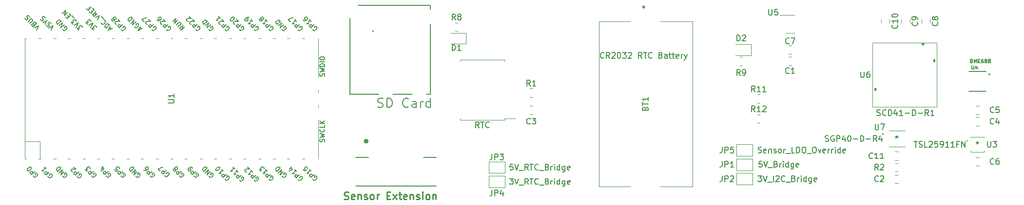
<source format=gbr>
%TF.GenerationSoftware,KiCad,Pcbnew,(6.0.8)*%
%TF.CreationDate,2022-11-30T15:49:30-05:00*%
%TF.ProjectId,mushroomDataloggerProject,6d757368-726f-46f6-9d44-6174616c6f67,rev?*%
%TF.SameCoordinates,Original*%
%TF.FileFunction,Legend,Top*%
%TF.FilePolarity,Positive*%
%FSLAX46Y46*%
G04 Gerber Fmt 4.6, Leading zero omitted, Abs format (unit mm)*
G04 Created by KiCad (PCBNEW (6.0.8)) date 2022-11-30 15:49:30*
%MOMM*%
%LPD*%
G01*
G04 APERTURE LIST*
%ADD10C,0.150000*%
%ADD11C,0.254000*%
%ADD12C,0.127000*%
%ADD13C,0.200000*%
%ADD14C,0.120000*%
%ADD15C,0.100000*%
%ADD16C,0.400000*%
G04 APERTURE END LIST*
D10*
%TO.C,U4*%
X187020060Y-30755043D02*
X187020060Y-31264979D01*
X187050056Y-31324971D01*
X187080052Y-31354968D01*
X187140045Y-31384964D01*
X187260030Y-31384964D01*
X187320022Y-31354968D01*
X187350018Y-31324971D01*
X187380015Y-31264979D01*
X187380015Y-30755043D01*
X187949943Y-30965016D02*
X187949943Y-31384964D01*
X187799962Y-30725047D02*
X187649981Y-31174990D01*
X188039932Y-31174990D01*
X187000188Y-29955005D02*
X187090176Y-29985001D01*
X187120173Y-30014998D01*
X187150169Y-30074990D01*
X187150169Y-30164979D01*
X187120173Y-30224971D01*
X187090176Y-30254968D01*
X187030184Y-30284964D01*
X186790214Y-30284964D01*
X186790214Y-29655043D01*
X187000188Y-29655043D01*
X187060180Y-29685039D01*
X187090176Y-29715035D01*
X187120173Y-29775028D01*
X187120173Y-29835020D01*
X187090176Y-29895013D01*
X187060180Y-29925009D01*
X187000188Y-29955005D01*
X186790214Y-29955005D01*
X187420135Y-30284964D02*
X187420135Y-29655043D01*
X187630109Y-30104986D01*
X187840082Y-29655043D01*
X187840082Y-30284964D01*
X188140045Y-29955005D02*
X188350018Y-29955005D01*
X188440007Y-30284964D02*
X188140045Y-30284964D01*
X188140045Y-29655043D01*
X188440007Y-29655043D01*
X188979939Y-29655043D02*
X188859954Y-29655043D01*
X188799962Y-29685039D01*
X188769966Y-29715035D01*
X188709973Y-29805024D01*
X188679977Y-29925009D01*
X188679977Y-30164979D01*
X188709973Y-30224971D01*
X188739969Y-30254968D01*
X188799962Y-30284964D01*
X188919947Y-30284964D01*
X188979939Y-30254968D01*
X189009936Y-30224971D01*
X189039932Y-30164979D01*
X189039932Y-30014998D01*
X189009936Y-29955005D01*
X188979939Y-29925009D01*
X188919947Y-29895013D01*
X188799962Y-29895013D01*
X188739969Y-29925009D01*
X188709973Y-29955005D01*
X188679977Y-30014998D01*
X189399887Y-29925009D02*
X189339894Y-29895013D01*
X189309898Y-29865016D01*
X189279902Y-29805024D01*
X189279902Y-29775028D01*
X189309898Y-29715035D01*
X189339894Y-29685039D01*
X189399887Y-29655043D01*
X189519872Y-29655043D01*
X189579864Y-29685039D01*
X189609860Y-29715035D01*
X189639857Y-29775028D01*
X189639857Y-29805024D01*
X189609860Y-29865016D01*
X189579864Y-29895013D01*
X189519872Y-29925009D01*
X189399887Y-29925009D01*
X189339894Y-29955005D01*
X189309898Y-29985001D01*
X189279902Y-30044994D01*
X189279902Y-30164979D01*
X189309898Y-30224971D01*
X189339894Y-30254968D01*
X189399887Y-30284964D01*
X189519872Y-30284964D01*
X189579864Y-30254968D01*
X189609860Y-30224971D01*
X189639857Y-30164979D01*
X189639857Y-30044994D01*
X189609860Y-29985001D01*
X189579864Y-29955005D01*
X189519872Y-29925009D01*
X189999811Y-29925009D02*
X189939819Y-29895013D01*
X189909823Y-29865016D01*
X189879826Y-29805024D01*
X189879826Y-29775028D01*
X189909823Y-29715035D01*
X189939819Y-29685039D01*
X189999811Y-29655043D01*
X190119796Y-29655043D01*
X190179789Y-29685039D01*
X190209785Y-29715035D01*
X190239781Y-29775028D01*
X190239781Y-29805024D01*
X190209785Y-29865016D01*
X190179789Y-29895013D01*
X190119796Y-29925009D01*
X189999811Y-29925009D01*
X189939819Y-29955005D01*
X189909823Y-29985001D01*
X189879826Y-30044994D01*
X189879826Y-30164979D01*
X189909823Y-30224971D01*
X189939819Y-30254968D01*
X189999811Y-30284964D01*
X190119796Y-30284964D01*
X190179789Y-30254968D01*
X190209785Y-30224971D01*
X190239781Y-30164979D01*
X190239781Y-30044994D01*
X190209785Y-29985001D01*
X190179789Y-29955005D01*
X190119796Y-29925009D01*
%TO.C,U1*%
X47452380Y-37261904D02*
X48261904Y-37261904D01*
X48357142Y-37214285D01*
X48404761Y-37166666D01*
X48452380Y-37071428D01*
X48452380Y-36880952D01*
X48404761Y-36785714D01*
X48357142Y-36738095D01*
X48261904Y-36690476D01*
X47452380Y-36690476D01*
X48452380Y-35690476D02*
X48452380Y-36261904D01*
X48452380Y-35976190D02*
X47452380Y-35976190D01*
X47595238Y-36071428D01*
X47690476Y-36166666D01*
X47738095Y-36261904D01*
X54498155Y-50013841D02*
X54525093Y-50094653D01*
X54605905Y-50175465D01*
X54713654Y-50229340D01*
X54821404Y-50229340D01*
X54902216Y-50202402D01*
X55036903Y-50121590D01*
X55117715Y-50040778D01*
X55198528Y-49906091D01*
X55225465Y-49825279D01*
X55225465Y-49717529D01*
X55171590Y-49609780D01*
X55117715Y-49555905D01*
X55009966Y-49502030D01*
X54956091Y-49502030D01*
X54767529Y-49690592D01*
X54875279Y-49798341D01*
X54767529Y-49205719D02*
X54201844Y-49771404D01*
X54444280Y-48882470D01*
X53878595Y-49448155D01*
X54174906Y-48613096D02*
X53609221Y-49178781D01*
X53474534Y-49044094D01*
X53420659Y-48936345D01*
X53420659Y-48828595D01*
X53447597Y-48747783D01*
X53528409Y-48613096D01*
X53609221Y-48532284D01*
X53743908Y-48451471D01*
X53824720Y-48424534D01*
X53932470Y-48424534D01*
X54040219Y-48478409D01*
X54174906Y-48613096D01*
X74523809Y-44009523D02*
X74561904Y-43895238D01*
X74561904Y-43704761D01*
X74523809Y-43628571D01*
X74485714Y-43590476D01*
X74409523Y-43552380D01*
X74333333Y-43552380D01*
X74257142Y-43590476D01*
X74219047Y-43628571D01*
X74180952Y-43704761D01*
X74142857Y-43857142D01*
X74104761Y-43933333D01*
X74066666Y-43971428D01*
X73990476Y-44009523D01*
X73914285Y-44009523D01*
X73838095Y-43971428D01*
X73800000Y-43933333D01*
X73761904Y-43857142D01*
X73761904Y-43666666D01*
X73800000Y-43552380D01*
X73761904Y-43285714D02*
X74561904Y-43095238D01*
X73990476Y-42942857D01*
X74561904Y-42790476D01*
X73761904Y-42600000D01*
X74485714Y-41838095D02*
X74523809Y-41876190D01*
X74561904Y-41990476D01*
X74561904Y-42066666D01*
X74523809Y-42180952D01*
X74447619Y-42257142D01*
X74371428Y-42295238D01*
X74219047Y-42333333D01*
X74104761Y-42333333D01*
X73952380Y-42295238D01*
X73876190Y-42257142D01*
X73800000Y-42180952D01*
X73761904Y-42066666D01*
X73761904Y-41990476D01*
X73800000Y-41876190D01*
X73838095Y-41838095D01*
X74561904Y-41114285D02*
X74561904Y-41495238D01*
X73761904Y-41495238D01*
X74561904Y-40847619D02*
X73761904Y-40847619D01*
X74561904Y-40390476D02*
X74104761Y-40733333D01*
X73761904Y-40390476D02*
X74219047Y-40847619D01*
X49943435Y-23661624D02*
X49862622Y-24119560D01*
X50266683Y-23984873D02*
X49700998Y-24550558D01*
X49485499Y-24335059D01*
X49458561Y-24254247D01*
X49458561Y-24200372D01*
X49485499Y-24119560D01*
X49566311Y-24038748D01*
X49647123Y-24011810D01*
X49700998Y-24011810D01*
X49781810Y-24038748D01*
X49997309Y-24254247D01*
X49135312Y-23984873D02*
X49593248Y-23526937D01*
X49620186Y-23446125D01*
X49620186Y-23392250D01*
X49593248Y-23311438D01*
X49485499Y-23203688D01*
X49404687Y-23176751D01*
X49350812Y-23176751D01*
X49270000Y-23203688D01*
X48812064Y-23661624D01*
X49108375Y-22826564D02*
X48542690Y-23392250D01*
X48785126Y-22503316D01*
X48219441Y-23069001D01*
X72520592Y-50510277D02*
X72547529Y-50591089D01*
X72628341Y-50671902D01*
X72736091Y-50725776D01*
X72843841Y-50725776D01*
X72924653Y-50698839D01*
X73059340Y-50618027D01*
X73140152Y-50537215D01*
X73220964Y-50402528D01*
X73247902Y-50321715D01*
X73247902Y-50213966D01*
X73194027Y-50106216D01*
X73140152Y-50052341D01*
X73032402Y-49998467D01*
X72978528Y-49998467D01*
X72789966Y-50187028D01*
X72897715Y-50294778D01*
X72789966Y-49702155D02*
X72224280Y-50267841D01*
X72008781Y-50052341D01*
X71981844Y-49971529D01*
X71981844Y-49917654D01*
X72008781Y-49836842D01*
X72089593Y-49756030D01*
X72170406Y-49729093D01*
X72224280Y-49729093D01*
X72305093Y-49756030D01*
X72520592Y-49971529D01*
X71927969Y-48840158D02*
X72251218Y-49163407D01*
X72089593Y-49001783D02*
X71523908Y-49567468D01*
X71658595Y-49540531D01*
X71766345Y-49540531D01*
X71847157Y-49567468D01*
X70850473Y-48894033D02*
X71119847Y-49163407D01*
X71416158Y-48920971D01*
X71362284Y-48920971D01*
X71281471Y-48894033D01*
X71146784Y-48759346D01*
X71119847Y-48678534D01*
X71119847Y-48624659D01*
X71146784Y-48543847D01*
X71281471Y-48409160D01*
X71362284Y-48382223D01*
X71416158Y-48382223D01*
X71496971Y-48409160D01*
X71631658Y-48543847D01*
X71658595Y-48624659D01*
X71658595Y-48678534D01*
X51931218Y-49986903D02*
X51958155Y-50067715D01*
X52038967Y-50148528D01*
X52146717Y-50202402D01*
X52254467Y-50202402D01*
X52335279Y-50175465D01*
X52469966Y-50094653D01*
X52550778Y-50013841D01*
X52631590Y-49879154D01*
X52658528Y-49798341D01*
X52658528Y-49690592D01*
X52604653Y-49582842D01*
X52550778Y-49528967D01*
X52443028Y-49475093D01*
X52389154Y-49475093D01*
X52200592Y-49663654D01*
X52308341Y-49771404D01*
X52200592Y-49178781D02*
X51634906Y-49744467D01*
X51419407Y-49528967D01*
X51392470Y-49448155D01*
X51392470Y-49394280D01*
X51419407Y-49313468D01*
X51500219Y-49232656D01*
X51581032Y-49205719D01*
X51634906Y-49205719D01*
X51715719Y-49232656D01*
X51931218Y-49448155D01*
X51607969Y-48586158D02*
X51500219Y-48478409D01*
X51419407Y-48451471D01*
X51365532Y-48451471D01*
X51230845Y-48478409D01*
X51096158Y-48559221D01*
X50880659Y-48774720D01*
X50853722Y-48855532D01*
X50853722Y-48909407D01*
X50880659Y-48990219D01*
X50988409Y-49097969D01*
X51069221Y-49124906D01*
X51123096Y-49124906D01*
X51203908Y-49097969D01*
X51338595Y-48963282D01*
X51365532Y-48882470D01*
X51365532Y-48828595D01*
X51338595Y-48747783D01*
X51230845Y-48640033D01*
X51150033Y-48613096D01*
X51096158Y-48613096D01*
X51015346Y-48640033D01*
X74523809Y-32595238D02*
X74561904Y-32480952D01*
X74561904Y-32290476D01*
X74523809Y-32214285D01*
X74485714Y-32176190D01*
X74409523Y-32138095D01*
X74333333Y-32138095D01*
X74257142Y-32176190D01*
X74219047Y-32214285D01*
X74180952Y-32290476D01*
X74142857Y-32442857D01*
X74104761Y-32519047D01*
X74066666Y-32557142D01*
X73990476Y-32595238D01*
X73914285Y-32595238D01*
X73838095Y-32557142D01*
X73800000Y-32519047D01*
X73761904Y-32442857D01*
X73761904Y-32252380D01*
X73800000Y-32138095D01*
X73761904Y-31871428D02*
X74561904Y-31680952D01*
X73990476Y-31528571D01*
X74561904Y-31376190D01*
X73761904Y-31185714D01*
X74561904Y-30880952D02*
X73761904Y-30880952D01*
X73761904Y-30690476D01*
X73800000Y-30576190D01*
X73876190Y-30500000D01*
X73952380Y-30461904D01*
X74104761Y-30423809D01*
X74219047Y-30423809D01*
X74371428Y-30461904D01*
X74447619Y-30500000D01*
X74523809Y-30576190D01*
X74561904Y-30690476D01*
X74561904Y-30880952D01*
X74561904Y-30080952D02*
X73761904Y-30080952D01*
X73761904Y-29547619D02*
X73761904Y-29395238D01*
X73800000Y-29319047D01*
X73876190Y-29242857D01*
X74028571Y-29204761D01*
X74295238Y-29204761D01*
X74447619Y-29242857D01*
X74523809Y-29319047D01*
X74561904Y-29395238D01*
X74561904Y-29547619D01*
X74523809Y-29623809D01*
X74447619Y-29700000D01*
X74295238Y-29738095D01*
X74028571Y-29738095D01*
X73876190Y-29700000D01*
X73800000Y-29623809D01*
X73761904Y-29547619D01*
X29098155Y-50013841D02*
X29125093Y-50094653D01*
X29205905Y-50175465D01*
X29313654Y-50229340D01*
X29421404Y-50229340D01*
X29502216Y-50202402D01*
X29636903Y-50121590D01*
X29717715Y-50040778D01*
X29798528Y-49906091D01*
X29825465Y-49825279D01*
X29825465Y-49717529D01*
X29771590Y-49609780D01*
X29717715Y-49555905D01*
X29609966Y-49502030D01*
X29556091Y-49502030D01*
X29367529Y-49690592D01*
X29475279Y-49798341D01*
X29367529Y-49205719D02*
X28801844Y-49771404D01*
X29044280Y-48882470D01*
X28478595Y-49448155D01*
X28774906Y-48613096D02*
X28209221Y-49178781D01*
X28074534Y-49044094D01*
X28020659Y-48936345D01*
X28020659Y-48828595D01*
X28047597Y-48747783D01*
X28128409Y-48613096D01*
X28209221Y-48532284D01*
X28343908Y-48451471D01*
X28424720Y-48424534D01*
X28532470Y-48424534D01*
X28640219Y-48478409D01*
X28774906Y-48613096D01*
X31611218Y-50086903D02*
X31638155Y-50167715D01*
X31718967Y-50248528D01*
X31826717Y-50302402D01*
X31934467Y-50302402D01*
X32015279Y-50275465D01*
X32149966Y-50194653D01*
X32230778Y-50113841D01*
X32311590Y-49979154D01*
X32338528Y-49898341D01*
X32338528Y-49790592D01*
X32284653Y-49682842D01*
X32230778Y-49628967D01*
X32123028Y-49575093D01*
X32069154Y-49575093D01*
X31880592Y-49763654D01*
X31988341Y-49871404D01*
X31880592Y-49278781D02*
X31314906Y-49844467D01*
X31099407Y-49628967D01*
X31072470Y-49548155D01*
X31072470Y-49494280D01*
X31099407Y-49413468D01*
X31180219Y-49332656D01*
X31261032Y-49305719D01*
X31314906Y-49305719D01*
X31395719Y-49332656D01*
X31611218Y-49548155D01*
X30830033Y-49251844D02*
X30776158Y-49251844D01*
X30695346Y-49224906D01*
X30560659Y-49090219D01*
X30533722Y-49009407D01*
X30533722Y-48955532D01*
X30560659Y-48874720D01*
X30614534Y-48820845D01*
X30722284Y-48766971D01*
X31368781Y-48766971D01*
X31018595Y-48416784D01*
X62360592Y-50656277D02*
X62387529Y-50737089D01*
X62468341Y-50817902D01*
X62576091Y-50871776D01*
X62683841Y-50871776D01*
X62764653Y-50844839D01*
X62899340Y-50764027D01*
X62980152Y-50683215D01*
X63060964Y-50548528D01*
X63087902Y-50467715D01*
X63087902Y-50359966D01*
X63034027Y-50252216D01*
X62980152Y-50198341D01*
X62872402Y-50144467D01*
X62818528Y-50144467D01*
X62629966Y-50333028D01*
X62737715Y-50440778D01*
X62629966Y-49848155D02*
X62064280Y-50413841D01*
X61848781Y-50198341D01*
X61821844Y-50117529D01*
X61821844Y-50063654D01*
X61848781Y-49982842D01*
X61929593Y-49902030D01*
X62010406Y-49875093D01*
X62064280Y-49875093D01*
X62145093Y-49902030D01*
X62360592Y-50117529D01*
X61767969Y-48986158D02*
X62091218Y-49309407D01*
X61929593Y-49147783D02*
X61363908Y-49713468D01*
X61498595Y-49686531D01*
X61606345Y-49686531D01*
X61687157Y-49713468D01*
X61040659Y-49282470D02*
X60986784Y-49282470D01*
X60905972Y-49255532D01*
X60771285Y-49120845D01*
X60744348Y-49040033D01*
X60744348Y-48986158D01*
X60771285Y-48905346D01*
X60825160Y-48851471D01*
X60932910Y-48797597D01*
X61579407Y-48797597D01*
X61229221Y-48447410D01*
X36691218Y-49986903D02*
X36718155Y-50067715D01*
X36798967Y-50148528D01*
X36906717Y-50202402D01*
X37014467Y-50202402D01*
X37095279Y-50175465D01*
X37229966Y-50094653D01*
X37310778Y-50013841D01*
X37391590Y-49879154D01*
X37418528Y-49798341D01*
X37418528Y-49690592D01*
X37364653Y-49582842D01*
X37310778Y-49528967D01*
X37203028Y-49475093D01*
X37149154Y-49475093D01*
X36960592Y-49663654D01*
X37068341Y-49771404D01*
X36960592Y-49178781D02*
X36394906Y-49744467D01*
X36179407Y-49528967D01*
X36152470Y-49448155D01*
X36152470Y-49394280D01*
X36179407Y-49313468D01*
X36260219Y-49232656D01*
X36341032Y-49205719D01*
X36394906Y-49205719D01*
X36475719Y-49232656D01*
X36691218Y-49448155D01*
X35775346Y-48747783D02*
X36152470Y-48370659D01*
X35694534Y-49097969D02*
X36233282Y-48828595D01*
X35883096Y-48478409D01*
X29098155Y-24413841D02*
X29125093Y-24494653D01*
X29205905Y-24575465D01*
X29313654Y-24629340D01*
X29421404Y-24629340D01*
X29502216Y-24602402D01*
X29636903Y-24521590D01*
X29717715Y-24440778D01*
X29798528Y-24306091D01*
X29825465Y-24225279D01*
X29825465Y-24117529D01*
X29771590Y-24009780D01*
X29717715Y-23955905D01*
X29609966Y-23902030D01*
X29556091Y-23902030D01*
X29367529Y-24090592D01*
X29475279Y-24198341D01*
X29367529Y-23605719D02*
X28801844Y-24171404D01*
X29044280Y-23282470D01*
X28478595Y-23848155D01*
X28774906Y-23013096D02*
X28209221Y-23578781D01*
X28074534Y-23444094D01*
X28020659Y-23336345D01*
X28020659Y-23228595D01*
X28047597Y-23147783D01*
X28128409Y-23013096D01*
X28209221Y-22932284D01*
X28343908Y-22851471D01*
X28424720Y-22824534D01*
X28532470Y-22824534D01*
X28640219Y-22878409D01*
X28774906Y-23013096D01*
X37533773Y-24345211D02*
X37264399Y-24075837D01*
X37749272Y-24237462D02*
X36995025Y-24614585D01*
X37372149Y-23860338D01*
X37183587Y-23671776D02*
X36617902Y-24237462D01*
X36483215Y-24102775D01*
X36429340Y-23995025D01*
X36429340Y-23887276D01*
X36456277Y-23806463D01*
X36537089Y-23671776D01*
X36617902Y-23590964D01*
X36752589Y-23510152D01*
X36833401Y-23483215D01*
X36941150Y-23483215D01*
X37048900Y-23537089D01*
X37183587Y-23671776D01*
X36240778Y-22836717D02*
X36294653Y-22836717D01*
X36402402Y-22890592D01*
X36456277Y-22944467D01*
X36510152Y-23052216D01*
X36510152Y-23159966D01*
X36483215Y-23240778D01*
X36402402Y-23375465D01*
X36321590Y-23456277D01*
X36186903Y-23537089D01*
X36106091Y-23564027D01*
X35998341Y-23564027D01*
X35890592Y-23510152D01*
X35836717Y-23456277D01*
X35782842Y-23348528D01*
X35782842Y-23294653D01*
X36240778Y-22621218D02*
X35809780Y-22190219D01*
X35136345Y-22755905D02*
X35513468Y-22001658D01*
X34759221Y-22378781D01*
X34813096Y-21301285D02*
X34732284Y-21759221D01*
X35136345Y-21624534D02*
X34570659Y-22190219D01*
X34355160Y-21974720D01*
X34328223Y-21893908D01*
X34328223Y-21840033D01*
X34355160Y-21759221D01*
X34435972Y-21678409D01*
X34516784Y-21651471D01*
X34570659Y-21651471D01*
X34651471Y-21678409D01*
X34866971Y-21893908D01*
X34274348Y-21355160D02*
X34085786Y-21166598D01*
X34301285Y-20789475D02*
X34570659Y-21058849D01*
X34004974Y-21624534D01*
X33735600Y-21355160D01*
X33573975Y-20654788D02*
X33762537Y-20843349D01*
X34058849Y-20547038D02*
X33493163Y-21112723D01*
X33223789Y-20843349D01*
X42740964Y-24348402D02*
X42471590Y-24079028D01*
X42956463Y-24240653D02*
X42202216Y-24617776D01*
X42579340Y-23863529D01*
X41555719Y-23917404D02*
X41582656Y-23998216D01*
X41663468Y-24079028D01*
X41771218Y-24132903D01*
X41878967Y-24132903D01*
X41959780Y-24105966D01*
X42094467Y-24025154D01*
X42175279Y-23944341D01*
X42256091Y-23809654D01*
X42283028Y-23728842D01*
X42283028Y-23621093D01*
X42229154Y-23513343D01*
X42175279Y-23459468D01*
X42067529Y-23405593D01*
X42013654Y-23405593D01*
X41825093Y-23594155D01*
X41932842Y-23701905D01*
X41825093Y-23109282D02*
X41259407Y-23674967D01*
X41501844Y-22786033D01*
X40936158Y-23351719D01*
X41232470Y-22516659D02*
X40666784Y-23082345D01*
X40532097Y-22947658D01*
X40478223Y-22839908D01*
X40478223Y-22732158D01*
X40505160Y-22651346D01*
X40585972Y-22516659D01*
X40666784Y-22435847D01*
X40801471Y-22355035D01*
X40882284Y-22328097D01*
X40990033Y-22328097D01*
X41097783Y-22381972D01*
X41232470Y-22516659D01*
X26521218Y-50086903D02*
X26548155Y-50167715D01*
X26628967Y-50248528D01*
X26736717Y-50302402D01*
X26844467Y-50302402D01*
X26925279Y-50275465D01*
X27059966Y-50194653D01*
X27140778Y-50113841D01*
X27221590Y-49979154D01*
X27248528Y-49898341D01*
X27248528Y-49790592D01*
X27194653Y-49682842D01*
X27140778Y-49628967D01*
X27033028Y-49575093D01*
X26979154Y-49575093D01*
X26790592Y-49763654D01*
X26898341Y-49871404D01*
X26790592Y-49278781D02*
X26224906Y-49844467D01*
X26009407Y-49628967D01*
X25982470Y-49548155D01*
X25982470Y-49494280D01*
X26009407Y-49413468D01*
X26090219Y-49332656D01*
X26171032Y-49305719D01*
X26224906Y-49305719D01*
X26305719Y-49332656D01*
X26521218Y-49548155D01*
X25928595Y-48416784D02*
X26251844Y-48740033D01*
X26090219Y-48578409D02*
X25524534Y-49144094D01*
X25659221Y-49117157D01*
X25766971Y-49117157D01*
X25847783Y-49144094D01*
X59820592Y-50656277D02*
X59847529Y-50737089D01*
X59928341Y-50817902D01*
X60036091Y-50871776D01*
X60143841Y-50871776D01*
X60224653Y-50844839D01*
X60359340Y-50764027D01*
X60440152Y-50683215D01*
X60520964Y-50548528D01*
X60547902Y-50467715D01*
X60547902Y-50359966D01*
X60494027Y-50252216D01*
X60440152Y-50198341D01*
X60332402Y-50144467D01*
X60278528Y-50144467D01*
X60089966Y-50333028D01*
X60197715Y-50440778D01*
X60089966Y-49848155D02*
X59524280Y-50413841D01*
X59308781Y-50198341D01*
X59281844Y-50117529D01*
X59281844Y-50063654D01*
X59308781Y-49982842D01*
X59389593Y-49902030D01*
X59470406Y-49875093D01*
X59524280Y-49875093D01*
X59605093Y-49902030D01*
X59820592Y-50117529D01*
X59227969Y-48986158D02*
X59551218Y-49309407D01*
X59389593Y-49147783D02*
X58823908Y-49713468D01*
X58958595Y-49686531D01*
X59066345Y-49686531D01*
X59147157Y-49713468D01*
X58689221Y-48447410D02*
X59012470Y-48770659D01*
X58850845Y-48609035D02*
X58285160Y-49174720D01*
X58419847Y-49147783D01*
X58527597Y-49147783D01*
X58608409Y-49174720D01*
X44311218Y-49986903D02*
X44338155Y-50067715D01*
X44418967Y-50148528D01*
X44526717Y-50202402D01*
X44634467Y-50202402D01*
X44715279Y-50175465D01*
X44849966Y-50094653D01*
X44930778Y-50013841D01*
X45011590Y-49879154D01*
X45038528Y-49798341D01*
X45038528Y-49690592D01*
X44984653Y-49582842D01*
X44930778Y-49528967D01*
X44823028Y-49475093D01*
X44769154Y-49475093D01*
X44580592Y-49663654D01*
X44688341Y-49771404D01*
X44580592Y-49178781D02*
X44014906Y-49744467D01*
X43799407Y-49528967D01*
X43772470Y-49448155D01*
X43772470Y-49394280D01*
X43799407Y-49313468D01*
X43880219Y-49232656D01*
X43961032Y-49205719D01*
X44014906Y-49205719D01*
X44095719Y-49232656D01*
X44311218Y-49448155D01*
X43206784Y-48936345D02*
X43314534Y-49044094D01*
X43395346Y-49071032D01*
X43449221Y-49071032D01*
X43583908Y-49044094D01*
X43718595Y-48963282D01*
X43934094Y-48747783D01*
X43961032Y-48666971D01*
X43961032Y-48613096D01*
X43934094Y-48532284D01*
X43826345Y-48424534D01*
X43745532Y-48397597D01*
X43691658Y-48397597D01*
X43610845Y-48424534D01*
X43476158Y-48559221D01*
X43449221Y-48640033D01*
X43449221Y-48693908D01*
X43476158Y-48774720D01*
X43583908Y-48882470D01*
X43664720Y-48909407D01*
X43718595Y-48909407D01*
X43799407Y-48882470D01*
X67198155Y-50013841D02*
X67225093Y-50094653D01*
X67305905Y-50175465D01*
X67413654Y-50229340D01*
X67521404Y-50229340D01*
X67602216Y-50202402D01*
X67736903Y-50121590D01*
X67817715Y-50040778D01*
X67898528Y-49906091D01*
X67925465Y-49825279D01*
X67925465Y-49717529D01*
X67871590Y-49609780D01*
X67817715Y-49555905D01*
X67709966Y-49502030D01*
X67656091Y-49502030D01*
X67467529Y-49690592D01*
X67575279Y-49798341D01*
X67467529Y-49205719D02*
X66901844Y-49771404D01*
X67144280Y-48882470D01*
X66578595Y-49448155D01*
X66874906Y-48613096D02*
X66309221Y-49178781D01*
X66174534Y-49044094D01*
X66120659Y-48936345D01*
X66120659Y-48828595D01*
X66147597Y-48747783D01*
X66228409Y-48613096D01*
X66309221Y-48532284D01*
X66443908Y-48451471D01*
X66524720Y-48424534D01*
X66632470Y-48424534D01*
X66740219Y-48478409D01*
X66874906Y-48613096D01*
X34490592Y-24610152D02*
X34140406Y-24259966D01*
X34544467Y-24233028D01*
X34463654Y-24152216D01*
X34436717Y-24071404D01*
X34436717Y-24017529D01*
X34463654Y-23936717D01*
X34598341Y-23802030D01*
X34679154Y-23775093D01*
X34733028Y-23775093D01*
X34813841Y-23802030D01*
X34975465Y-23963654D01*
X35002402Y-24044467D01*
X35002402Y-24098341D01*
X33978781Y-24098341D02*
X34355905Y-23344094D01*
X33601658Y-23721218D01*
X33466971Y-23586531D02*
X33116784Y-23236345D01*
X33520845Y-23209407D01*
X33440033Y-23128595D01*
X33413096Y-23047783D01*
X33413096Y-22993908D01*
X33440033Y-22913096D01*
X33574720Y-22778409D01*
X33655532Y-22751471D01*
X33709407Y-22751471D01*
X33790219Y-22778409D01*
X33951844Y-22940033D01*
X33978781Y-23020845D01*
X33978781Y-23074720D01*
X27069966Y-24579526D02*
X27447089Y-23825279D01*
X26692842Y-24202402D01*
X27069966Y-23502030D02*
X27016091Y-23394280D01*
X26881404Y-23259593D01*
X26800592Y-23232656D01*
X26746717Y-23232656D01*
X26665905Y-23259593D01*
X26612030Y-23313468D01*
X26585093Y-23394280D01*
X26585093Y-23448155D01*
X26612030Y-23528967D01*
X26692842Y-23663654D01*
X26719780Y-23744467D01*
X26719780Y-23798341D01*
X26692842Y-23879154D01*
X26638967Y-23933028D01*
X26558155Y-23959966D01*
X26504280Y-23959966D01*
X26423468Y-23933028D01*
X26288781Y-23798341D01*
X26234906Y-23690592D01*
X26154094Y-23071032D02*
X26423468Y-22801658D01*
X26046345Y-23555905D02*
X26154094Y-23071032D01*
X25669221Y-23178781D01*
X26046345Y-22478409D02*
X25992470Y-22370659D01*
X25857783Y-22235972D01*
X25776971Y-22209035D01*
X25723096Y-22209035D01*
X25642284Y-22235972D01*
X25588409Y-22289847D01*
X25561471Y-22370659D01*
X25561471Y-22424534D01*
X25588409Y-22505346D01*
X25669221Y-22640033D01*
X25696158Y-22720845D01*
X25696158Y-22774720D01*
X25669221Y-22855532D01*
X25615346Y-22909407D01*
X25534534Y-22936345D01*
X25480659Y-22936345D01*
X25399847Y-22909407D01*
X25265160Y-22774720D01*
X25211285Y-22666971D01*
X49391218Y-49986903D02*
X49418155Y-50067715D01*
X49498967Y-50148528D01*
X49606717Y-50202402D01*
X49714467Y-50202402D01*
X49795279Y-50175465D01*
X49929966Y-50094653D01*
X50010778Y-50013841D01*
X50091590Y-49879154D01*
X50118528Y-49798341D01*
X50118528Y-49690592D01*
X50064653Y-49582842D01*
X50010778Y-49528967D01*
X49903028Y-49475093D01*
X49849154Y-49475093D01*
X49660592Y-49663654D01*
X49768341Y-49771404D01*
X49660592Y-49178781D02*
X49094906Y-49744467D01*
X48879407Y-49528967D01*
X48852470Y-49448155D01*
X48852470Y-49394280D01*
X48879407Y-49313468D01*
X48960219Y-49232656D01*
X49041032Y-49205719D01*
X49094906Y-49205719D01*
X49175719Y-49232656D01*
X49391218Y-49448155D01*
X48690845Y-48855532D02*
X48717783Y-48936345D01*
X48717783Y-48990219D01*
X48690845Y-49071032D01*
X48663908Y-49097969D01*
X48583096Y-49124906D01*
X48529221Y-49124906D01*
X48448409Y-49097969D01*
X48340659Y-48990219D01*
X48313722Y-48909407D01*
X48313722Y-48855532D01*
X48340659Y-48774720D01*
X48367597Y-48747783D01*
X48448409Y-48720845D01*
X48502284Y-48720845D01*
X48583096Y-48747783D01*
X48690845Y-48855532D01*
X48771658Y-48882470D01*
X48825532Y-48882470D01*
X48906345Y-48855532D01*
X49014094Y-48747783D01*
X49041032Y-48666971D01*
X49041032Y-48613096D01*
X49014094Y-48532284D01*
X48906345Y-48424534D01*
X48825532Y-48397597D01*
X48771658Y-48397597D01*
X48690845Y-48424534D01*
X48583096Y-48532284D01*
X48556158Y-48613096D01*
X48556158Y-48666971D01*
X48583096Y-48747783D01*
X72520592Y-24402277D02*
X72547529Y-24483089D01*
X72628341Y-24563902D01*
X72736091Y-24617776D01*
X72843841Y-24617776D01*
X72924653Y-24590839D01*
X73059340Y-24510027D01*
X73140152Y-24429215D01*
X73220964Y-24294528D01*
X73247902Y-24213715D01*
X73247902Y-24105966D01*
X73194027Y-23998216D01*
X73140152Y-23944341D01*
X73032402Y-23890467D01*
X72978528Y-23890467D01*
X72789966Y-24079028D01*
X72897715Y-24186778D01*
X72789966Y-23594155D02*
X72224280Y-24159841D01*
X72008781Y-23944341D01*
X71981844Y-23863529D01*
X71981844Y-23809654D01*
X72008781Y-23728842D01*
X72089593Y-23648030D01*
X72170406Y-23621093D01*
X72224280Y-23621093D01*
X72305093Y-23648030D01*
X72520592Y-23863529D01*
X71927969Y-22732158D02*
X72251218Y-23055407D01*
X72089593Y-22893783D02*
X71523908Y-23459468D01*
X71658595Y-23432531D01*
X71766345Y-23432531D01*
X71847157Y-23459468D01*
X70877410Y-22812971D02*
X70985160Y-22920720D01*
X71065972Y-22947658D01*
X71119847Y-22947658D01*
X71254534Y-22920720D01*
X71389221Y-22839908D01*
X71604720Y-22624409D01*
X71631658Y-22543597D01*
X71631658Y-22489722D01*
X71604720Y-22408910D01*
X71496971Y-22301160D01*
X71416158Y-22274223D01*
X71362284Y-22274223D01*
X71281471Y-22301160D01*
X71146784Y-22435847D01*
X71119847Y-22516659D01*
X71119847Y-22570534D01*
X71146784Y-22651346D01*
X71254534Y-22759096D01*
X71335346Y-22786033D01*
X71389221Y-22786033D01*
X71470033Y-22759096D01*
X47120592Y-24402277D02*
X47147529Y-24483089D01*
X47228341Y-24563902D01*
X47336091Y-24617776D01*
X47443841Y-24617776D01*
X47524653Y-24590839D01*
X47659340Y-24510027D01*
X47740152Y-24429215D01*
X47820964Y-24294528D01*
X47847902Y-24213715D01*
X47847902Y-24105966D01*
X47794027Y-23998216D01*
X47740152Y-23944341D01*
X47632402Y-23890467D01*
X47578528Y-23890467D01*
X47389966Y-24079028D01*
X47497715Y-24186778D01*
X47389966Y-23594155D02*
X46824280Y-24159841D01*
X46608781Y-23944341D01*
X46581844Y-23863529D01*
X46581844Y-23809654D01*
X46608781Y-23728842D01*
X46689593Y-23648030D01*
X46770406Y-23621093D01*
X46824280Y-23621093D01*
X46905093Y-23648030D01*
X47120592Y-23863529D01*
X46339407Y-23567218D02*
X46285532Y-23567218D01*
X46204720Y-23540280D01*
X46070033Y-23405593D01*
X46043096Y-23324781D01*
X46043096Y-23270906D01*
X46070033Y-23190094D01*
X46123908Y-23136219D01*
X46231658Y-23082345D01*
X46878155Y-23082345D01*
X46527969Y-22732158D01*
X45477410Y-22812971D02*
X45585160Y-22920720D01*
X45665972Y-22947658D01*
X45719847Y-22947658D01*
X45854534Y-22920720D01*
X45989221Y-22839908D01*
X46204720Y-22624409D01*
X46231658Y-22543597D01*
X46231658Y-22489722D01*
X46204720Y-22408910D01*
X46096971Y-22301160D01*
X46016158Y-22274223D01*
X45962284Y-22274223D01*
X45881471Y-22301160D01*
X45746784Y-22435847D01*
X45719847Y-22516659D01*
X45719847Y-22570534D01*
X45746784Y-22651346D01*
X45854534Y-22759096D01*
X45935346Y-22786033D01*
X45989221Y-22786033D01*
X46070033Y-22759096D01*
X34151218Y-49986903D02*
X34178155Y-50067715D01*
X34258967Y-50148528D01*
X34366717Y-50202402D01*
X34474467Y-50202402D01*
X34555279Y-50175465D01*
X34689966Y-50094653D01*
X34770778Y-50013841D01*
X34851590Y-49879154D01*
X34878528Y-49798341D01*
X34878528Y-49690592D01*
X34824653Y-49582842D01*
X34770778Y-49528967D01*
X34663028Y-49475093D01*
X34609154Y-49475093D01*
X34420592Y-49663654D01*
X34528341Y-49771404D01*
X34420592Y-49178781D02*
X33854906Y-49744467D01*
X33639407Y-49528967D01*
X33612470Y-49448155D01*
X33612470Y-49394280D01*
X33639407Y-49313468D01*
X33720219Y-49232656D01*
X33801032Y-49205719D01*
X33854906Y-49205719D01*
X33935719Y-49232656D01*
X34151218Y-49448155D01*
X33343096Y-49232656D02*
X32992910Y-48882470D01*
X33396971Y-48855532D01*
X33316158Y-48774720D01*
X33289221Y-48693908D01*
X33289221Y-48640033D01*
X33316158Y-48559221D01*
X33450845Y-48424534D01*
X33531658Y-48397597D01*
X33585532Y-48397597D01*
X33666345Y-48424534D01*
X33827969Y-48586158D01*
X33854906Y-48666971D01*
X33854906Y-48720845D01*
X69980592Y-50556277D02*
X70007529Y-50637089D01*
X70088341Y-50717902D01*
X70196091Y-50771776D01*
X70303841Y-50771776D01*
X70384653Y-50744839D01*
X70519340Y-50664027D01*
X70600152Y-50583215D01*
X70680964Y-50448528D01*
X70707902Y-50367715D01*
X70707902Y-50259966D01*
X70654027Y-50152216D01*
X70600152Y-50098341D01*
X70492402Y-50044467D01*
X70438528Y-50044467D01*
X70249966Y-50233028D01*
X70357715Y-50340778D01*
X70249966Y-49748155D02*
X69684280Y-50313841D01*
X69468781Y-50098341D01*
X69441844Y-50017529D01*
X69441844Y-49963654D01*
X69468781Y-49882842D01*
X69549593Y-49802030D01*
X69630406Y-49775093D01*
X69684280Y-49775093D01*
X69765093Y-49802030D01*
X69980592Y-50017529D01*
X69387969Y-48886158D02*
X69711218Y-49209407D01*
X69549593Y-49047783D02*
X68983908Y-49613468D01*
X69118595Y-49586531D01*
X69226345Y-49586531D01*
X69307157Y-49613468D01*
X68525972Y-48778409D02*
X68903096Y-48401285D01*
X68445160Y-49128595D02*
X68983908Y-48859221D01*
X68633722Y-48509035D01*
X57280592Y-50510277D02*
X57307529Y-50591089D01*
X57388341Y-50671902D01*
X57496091Y-50725776D01*
X57603841Y-50725776D01*
X57684653Y-50698839D01*
X57819340Y-50618027D01*
X57900152Y-50537215D01*
X57980964Y-50402528D01*
X58007902Y-50321715D01*
X58007902Y-50213966D01*
X57954027Y-50106216D01*
X57900152Y-50052341D01*
X57792402Y-49998467D01*
X57738528Y-49998467D01*
X57549966Y-50187028D01*
X57657715Y-50294778D01*
X57549966Y-49702155D02*
X56984280Y-50267841D01*
X56768781Y-50052341D01*
X56741844Y-49971529D01*
X56741844Y-49917654D01*
X56768781Y-49836842D01*
X56849593Y-49756030D01*
X56930406Y-49729093D01*
X56984280Y-49729093D01*
X57065093Y-49756030D01*
X57280592Y-49971529D01*
X56687969Y-48840158D02*
X57011218Y-49163407D01*
X56849593Y-49001783D02*
X56283908Y-49567468D01*
X56418595Y-49540531D01*
X56526345Y-49540531D01*
X56607157Y-49567468D01*
X55772097Y-49055658D02*
X55718223Y-49001783D01*
X55691285Y-48920971D01*
X55691285Y-48867096D01*
X55718223Y-48786284D01*
X55799035Y-48651597D01*
X55933722Y-48516910D01*
X56068409Y-48436097D01*
X56149221Y-48409160D01*
X56203096Y-48409160D01*
X56283908Y-48436097D01*
X56337783Y-48489972D01*
X56364720Y-48570784D01*
X56364720Y-48624659D01*
X56337783Y-48705471D01*
X56256971Y-48840158D01*
X56122284Y-48974845D01*
X55987597Y-49055658D01*
X55906784Y-49082595D01*
X55852910Y-49082595D01*
X55772097Y-49055658D01*
X59820592Y-24402277D02*
X59847529Y-24483089D01*
X59928341Y-24563902D01*
X60036091Y-24617776D01*
X60143841Y-24617776D01*
X60224653Y-24590839D01*
X60359340Y-24510027D01*
X60440152Y-24429215D01*
X60520964Y-24294528D01*
X60547902Y-24213715D01*
X60547902Y-24105966D01*
X60494027Y-23998216D01*
X60440152Y-23944341D01*
X60332402Y-23890467D01*
X60278528Y-23890467D01*
X60089966Y-24079028D01*
X60197715Y-24186778D01*
X60089966Y-23594155D02*
X59524280Y-24159841D01*
X59308781Y-23944341D01*
X59281844Y-23863529D01*
X59281844Y-23809654D01*
X59308781Y-23728842D01*
X59389593Y-23648030D01*
X59470406Y-23621093D01*
X59524280Y-23621093D01*
X59605093Y-23648030D01*
X59820592Y-23863529D01*
X59039407Y-23567218D02*
X58985532Y-23567218D01*
X58904720Y-23540280D01*
X58770033Y-23405593D01*
X58743096Y-23324781D01*
X58743096Y-23270906D01*
X58770033Y-23190094D01*
X58823908Y-23136219D01*
X58931658Y-23082345D01*
X59578155Y-23082345D01*
X59227969Y-22732158D01*
X58312097Y-22947658D02*
X58258223Y-22893783D01*
X58231285Y-22812971D01*
X58231285Y-22759096D01*
X58258223Y-22678284D01*
X58339035Y-22543597D01*
X58473722Y-22408910D01*
X58608409Y-22328097D01*
X58689221Y-22301160D01*
X58743096Y-22301160D01*
X58823908Y-22328097D01*
X58877783Y-22381972D01*
X58904720Y-22462784D01*
X58904720Y-22516659D01*
X58877783Y-22597471D01*
X58796971Y-22732158D01*
X58662284Y-22866845D01*
X58527597Y-22947658D01*
X58446784Y-22974595D01*
X58392910Y-22974595D01*
X58312097Y-22947658D01*
X69980592Y-24402277D02*
X70007529Y-24483089D01*
X70088341Y-24563902D01*
X70196091Y-24617776D01*
X70303841Y-24617776D01*
X70384653Y-24590839D01*
X70519340Y-24510027D01*
X70600152Y-24429215D01*
X70680964Y-24294528D01*
X70707902Y-24213715D01*
X70707902Y-24105966D01*
X70654027Y-23998216D01*
X70600152Y-23944341D01*
X70492402Y-23890467D01*
X70438528Y-23890467D01*
X70249966Y-24079028D01*
X70357715Y-24186778D01*
X70249966Y-23594155D02*
X69684280Y-24159841D01*
X69468781Y-23944341D01*
X69441844Y-23863529D01*
X69441844Y-23809654D01*
X69468781Y-23728842D01*
X69549593Y-23648030D01*
X69630406Y-23621093D01*
X69684280Y-23621093D01*
X69765093Y-23648030D01*
X69980592Y-23863529D01*
X69387969Y-22732158D02*
X69711218Y-23055407D01*
X69549593Y-22893783D02*
X68983908Y-23459468D01*
X69118595Y-23432531D01*
X69226345Y-23432531D01*
X69307157Y-23459468D01*
X68633722Y-23109282D02*
X68256598Y-22732158D01*
X69064720Y-22408910D01*
X54498155Y-24413841D02*
X54525093Y-24494653D01*
X54605905Y-24575465D01*
X54713654Y-24629340D01*
X54821404Y-24629340D01*
X54902216Y-24602402D01*
X55036903Y-24521590D01*
X55117715Y-24440778D01*
X55198528Y-24306091D01*
X55225465Y-24225279D01*
X55225465Y-24117529D01*
X55171590Y-24009780D01*
X55117715Y-23955905D01*
X55009966Y-23902030D01*
X54956091Y-23902030D01*
X54767529Y-24090592D01*
X54875279Y-24198341D01*
X54767529Y-23605719D02*
X54201844Y-24171404D01*
X54444280Y-23282470D01*
X53878595Y-23848155D01*
X54174906Y-23013096D02*
X53609221Y-23578781D01*
X53474534Y-23444094D01*
X53420659Y-23336345D01*
X53420659Y-23228595D01*
X53447597Y-23147783D01*
X53528409Y-23013096D01*
X53609221Y-22932284D01*
X53743908Y-22851471D01*
X53824720Y-22824534D01*
X53932470Y-22824534D01*
X54040219Y-22878409D01*
X54174906Y-23013096D01*
X62360592Y-24402277D02*
X62387529Y-24483089D01*
X62468341Y-24563902D01*
X62576091Y-24617776D01*
X62683841Y-24617776D01*
X62764653Y-24590839D01*
X62899340Y-24510027D01*
X62980152Y-24429215D01*
X63060964Y-24294528D01*
X63087902Y-24213715D01*
X63087902Y-24105966D01*
X63034027Y-23998216D01*
X62980152Y-23944341D01*
X62872402Y-23890467D01*
X62818528Y-23890467D01*
X62629966Y-24079028D01*
X62737715Y-24186778D01*
X62629966Y-23594155D02*
X62064280Y-24159841D01*
X61848781Y-23944341D01*
X61821844Y-23863529D01*
X61821844Y-23809654D01*
X61848781Y-23728842D01*
X61929593Y-23648030D01*
X62010406Y-23621093D01*
X62064280Y-23621093D01*
X62145093Y-23648030D01*
X62360592Y-23863529D01*
X61767969Y-22732158D02*
X62091218Y-23055407D01*
X61929593Y-22893783D02*
X61363908Y-23459468D01*
X61498595Y-23432531D01*
X61606345Y-23432531D01*
X61687157Y-23459468D01*
X61498595Y-22462784D02*
X61390845Y-22355035D01*
X61310033Y-22328097D01*
X61256158Y-22328097D01*
X61121471Y-22355035D01*
X60986784Y-22435847D01*
X60771285Y-22651346D01*
X60744348Y-22732158D01*
X60744348Y-22786033D01*
X60771285Y-22866845D01*
X60879035Y-22974595D01*
X60959847Y-23001532D01*
X61013722Y-23001532D01*
X61094534Y-22974595D01*
X61229221Y-22839908D01*
X61256158Y-22759096D01*
X61256158Y-22705221D01*
X61229221Y-22624409D01*
X61121471Y-22516659D01*
X61040659Y-22489722D01*
X60986784Y-22489722D01*
X60905972Y-22516659D01*
X64900592Y-24402277D02*
X64927529Y-24483089D01*
X65008341Y-24563902D01*
X65116091Y-24617776D01*
X65223841Y-24617776D01*
X65304653Y-24590839D01*
X65439340Y-24510027D01*
X65520152Y-24429215D01*
X65600964Y-24294528D01*
X65627902Y-24213715D01*
X65627902Y-24105966D01*
X65574027Y-23998216D01*
X65520152Y-23944341D01*
X65412402Y-23890467D01*
X65358528Y-23890467D01*
X65169966Y-24079028D01*
X65277715Y-24186778D01*
X65169966Y-23594155D02*
X64604280Y-24159841D01*
X64388781Y-23944341D01*
X64361844Y-23863529D01*
X64361844Y-23809654D01*
X64388781Y-23728842D01*
X64469593Y-23648030D01*
X64550406Y-23621093D01*
X64604280Y-23621093D01*
X64685093Y-23648030D01*
X64900592Y-23863529D01*
X64307969Y-22732158D02*
X64631218Y-23055407D01*
X64469593Y-22893783D02*
X63903908Y-23459468D01*
X64038595Y-23432531D01*
X64146345Y-23432531D01*
X64227157Y-23459468D01*
X63661471Y-22732158D02*
X63688409Y-22812971D01*
X63688409Y-22866845D01*
X63661471Y-22947658D01*
X63634534Y-22974595D01*
X63553722Y-23001532D01*
X63499847Y-23001532D01*
X63419035Y-22974595D01*
X63311285Y-22866845D01*
X63284348Y-22786033D01*
X63284348Y-22732158D01*
X63311285Y-22651346D01*
X63338223Y-22624409D01*
X63419035Y-22597471D01*
X63472910Y-22597471D01*
X63553722Y-22624409D01*
X63661471Y-22732158D01*
X63742284Y-22759096D01*
X63796158Y-22759096D01*
X63876971Y-22732158D01*
X63984720Y-22624409D01*
X64011658Y-22543597D01*
X64011658Y-22489722D01*
X63984720Y-22408910D01*
X63876971Y-22301160D01*
X63796158Y-22274223D01*
X63742284Y-22274223D01*
X63661471Y-22301160D01*
X63553722Y-22408910D01*
X63526784Y-22489722D01*
X63526784Y-22543597D01*
X63553722Y-22624409D01*
X39246592Y-24402277D02*
X39273529Y-24483089D01*
X39354341Y-24563902D01*
X39462091Y-24617776D01*
X39569841Y-24617776D01*
X39650653Y-24590839D01*
X39785340Y-24510027D01*
X39866152Y-24429215D01*
X39946964Y-24294528D01*
X39973902Y-24213715D01*
X39973902Y-24105966D01*
X39920027Y-23998216D01*
X39866152Y-23944341D01*
X39758402Y-23890467D01*
X39704528Y-23890467D01*
X39515966Y-24079028D01*
X39623715Y-24186778D01*
X39515966Y-23594155D02*
X38950280Y-24159841D01*
X38734781Y-23944341D01*
X38707844Y-23863529D01*
X38707844Y-23809654D01*
X38734781Y-23728842D01*
X38815593Y-23648030D01*
X38896406Y-23621093D01*
X38950280Y-23621093D01*
X39031093Y-23648030D01*
X39246592Y-23863529D01*
X38465407Y-23567218D02*
X38411532Y-23567218D01*
X38330720Y-23540280D01*
X38196033Y-23405593D01*
X38169096Y-23324781D01*
X38169096Y-23270906D01*
X38196033Y-23190094D01*
X38249908Y-23136219D01*
X38357658Y-23082345D01*
X39004155Y-23082345D01*
X38653969Y-22732158D01*
X38007471Y-22732158D02*
X38034409Y-22812971D01*
X38034409Y-22866845D01*
X38007471Y-22947658D01*
X37980534Y-22974595D01*
X37899722Y-23001532D01*
X37845847Y-23001532D01*
X37765035Y-22974595D01*
X37657285Y-22866845D01*
X37630348Y-22786033D01*
X37630348Y-22732158D01*
X37657285Y-22651346D01*
X37684223Y-22624409D01*
X37765035Y-22597471D01*
X37818910Y-22597471D01*
X37899722Y-22624409D01*
X38007471Y-22732158D01*
X38088284Y-22759096D01*
X38142158Y-22759096D01*
X38222971Y-22732158D01*
X38330720Y-22624409D01*
X38357658Y-22543597D01*
X38357658Y-22489722D01*
X38330720Y-22408910D01*
X38222971Y-22301160D01*
X38142158Y-22274223D01*
X38088284Y-22274223D01*
X38007471Y-22301160D01*
X37899722Y-22408910D01*
X37872784Y-22489722D01*
X37872784Y-22543597D01*
X37899722Y-22624409D01*
X24527309Y-24546870D02*
X24904433Y-23792622D01*
X24150186Y-24169746D01*
X24042436Y-23523248D02*
X23988561Y-23415499D01*
X23988561Y-23361624D01*
X24015499Y-23280812D01*
X24096311Y-23200000D01*
X24177123Y-23173062D01*
X24230998Y-23173062D01*
X24311810Y-23200000D01*
X24527309Y-23415499D01*
X23961624Y-23981184D01*
X23773062Y-23792622D01*
X23746125Y-23711810D01*
X23746125Y-23657935D01*
X23773062Y-23577123D01*
X23826937Y-23523248D01*
X23907749Y-23496311D01*
X23961624Y-23496311D01*
X24042436Y-23523248D01*
X24230998Y-23711810D01*
X23395938Y-23415499D02*
X23853874Y-22957563D01*
X23880812Y-22876751D01*
X23880812Y-22822876D01*
X23853874Y-22742064D01*
X23746125Y-22634314D01*
X23665312Y-22607377D01*
X23611438Y-22607377D01*
X23530625Y-22634314D01*
X23072690Y-23092250D01*
X23369001Y-22311065D02*
X23315126Y-22203316D01*
X23180439Y-22068629D01*
X23099627Y-22041691D01*
X23045752Y-22041691D01*
X22964940Y-22068629D01*
X22911065Y-22122503D01*
X22884128Y-22203316D01*
X22884128Y-22257190D01*
X22911065Y-22338003D01*
X22991877Y-22472690D01*
X23018815Y-22553502D01*
X23018815Y-22607377D01*
X22991877Y-22688189D01*
X22938003Y-22742064D01*
X22857190Y-22769001D01*
X22803316Y-22769001D01*
X22722503Y-22742064D01*
X22587816Y-22607377D01*
X22533942Y-22499627D01*
X57290592Y-24402277D02*
X57317529Y-24483089D01*
X57398341Y-24563902D01*
X57506091Y-24617776D01*
X57613841Y-24617776D01*
X57694653Y-24590839D01*
X57829340Y-24510027D01*
X57910152Y-24429215D01*
X57990964Y-24294528D01*
X58017902Y-24213715D01*
X58017902Y-24105966D01*
X57964027Y-23998216D01*
X57910152Y-23944341D01*
X57802402Y-23890467D01*
X57748528Y-23890467D01*
X57559966Y-24079028D01*
X57667715Y-24186778D01*
X57559966Y-23594155D02*
X56994280Y-24159841D01*
X56778781Y-23944341D01*
X56751844Y-23863529D01*
X56751844Y-23809654D01*
X56778781Y-23728842D01*
X56859593Y-23648030D01*
X56940406Y-23621093D01*
X56994280Y-23621093D01*
X57075093Y-23648030D01*
X57290592Y-23863529D01*
X56509407Y-23567218D02*
X56455532Y-23567218D01*
X56374720Y-23540280D01*
X56240033Y-23405593D01*
X56213096Y-23324781D01*
X56213096Y-23270906D01*
X56240033Y-23190094D01*
X56293908Y-23136219D01*
X56401658Y-23082345D01*
X57048155Y-23082345D01*
X56697969Y-22732158D01*
X56159221Y-22193410D02*
X56482470Y-22516659D01*
X56320845Y-22355035D02*
X55755160Y-22920720D01*
X55889847Y-22893783D01*
X55997597Y-22893783D01*
X56078409Y-22920720D01*
X67198155Y-24413841D02*
X67225093Y-24494653D01*
X67305905Y-24575465D01*
X67413654Y-24629340D01*
X67521404Y-24629340D01*
X67602216Y-24602402D01*
X67736903Y-24521590D01*
X67817715Y-24440778D01*
X67898528Y-24306091D01*
X67925465Y-24225279D01*
X67925465Y-24117529D01*
X67871590Y-24009780D01*
X67817715Y-23955905D01*
X67709966Y-23902030D01*
X67656091Y-23902030D01*
X67467529Y-24090592D01*
X67575279Y-24198341D01*
X67467529Y-23605719D02*
X66901844Y-24171404D01*
X67144280Y-23282470D01*
X66578595Y-23848155D01*
X66874906Y-23013096D02*
X66309221Y-23578781D01*
X66174534Y-23444094D01*
X66120659Y-23336345D01*
X66120659Y-23228595D01*
X66147597Y-23147783D01*
X66228409Y-23013096D01*
X66309221Y-22932284D01*
X66443908Y-22851471D01*
X66524720Y-22824534D01*
X66632470Y-22824534D01*
X66740219Y-22878409D01*
X66874906Y-23013096D01*
X52200592Y-24402277D02*
X52227529Y-24483089D01*
X52308341Y-24563902D01*
X52416091Y-24617776D01*
X52523841Y-24617776D01*
X52604653Y-24590839D01*
X52739340Y-24510027D01*
X52820152Y-24429215D01*
X52900964Y-24294528D01*
X52927902Y-24213715D01*
X52927902Y-24105966D01*
X52874027Y-23998216D01*
X52820152Y-23944341D01*
X52712402Y-23890467D01*
X52658528Y-23890467D01*
X52469966Y-24079028D01*
X52577715Y-24186778D01*
X52469966Y-23594155D02*
X51904280Y-24159841D01*
X51688781Y-23944341D01*
X51661844Y-23863529D01*
X51661844Y-23809654D01*
X51688781Y-23728842D01*
X51769593Y-23648030D01*
X51850406Y-23621093D01*
X51904280Y-23621093D01*
X51985093Y-23648030D01*
X52200592Y-23863529D01*
X51419407Y-23567218D02*
X51365532Y-23567218D01*
X51284720Y-23540280D01*
X51150033Y-23405593D01*
X51123096Y-23324781D01*
X51123096Y-23270906D01*
X51150033Y-23190094D01*
X51203908Y-23136219D01*
X51311658Y-23082345D01*
X51958155Y-23082345D01*
X51607969Y-22732158D01*
X50880659Y-23028470D02*
X50826784Y-23028470D01*
X50745972Y-23001532D01*
X50611285Y-22866845D01*
X50584348Y-22786033D01*
X50584348Y-22732158D01*
X50611285Y-22651346D01*
X50665160Y-22597471D01*
X50772910Y-22543597D01*
X51419407Y-22543597D01*
X51069221Y-22193410D01*
X39231218Y-49986903D02*
X39258155Y-50067715D01*
X39338967Y-50148528D01*
X39446717Y-50202402D01*
X39554467Y-50202402D01*
X39635279Y-50175465D01*
X39769966Y-50094653D01*
X39850778Y-50013841D01*
X39931590Y-49879154D01*
X39958528Y-49798341D01*
X39958528Y-49690592D01*
X39904653Y-49582842D01*
X39850778Y-49528967D01*
X39743028Y-49475093D01*
X39689154Y-49475093D01*
X39500592Y-49663654D01*
X39608341Y-49771404D01*
X39500592Y-49178781D02*
X38934906Y-49744467D01*
X38719407Y-49528967D01*
X38692470Y-49448155D01*
X38692470Y-49394280D01*
X38719407Y-49313468D01*
X38800219Y-49232656D01*
X38881032Y-49205719D01*
X38934906Y-49205719D01*
X39015719Y-49232656D01*
X39231218Y-49448155D01*
X38099847Y-48909407D02*
X38369221Y-49178781D01*
X38665532Y-48936345D01*
X38611658Y-48936345D01*
X38530845Y-48909407D01*
X38396158Y-48774720D01*
X38369221Y-48693908D01*
X38369221Y-48640033D01*
X38396158Y-48559221D01*
X38530845Y-48424534D01*
X38611658Y-48397597D01*
X38665532Y-48397597D01*
X38746345Y-48424534D01*
X38881032Y-48559221D01*
X38907969Y-48640033D01*
X38907969Y-48693908D01*
X46821218Y-49886903D02*
X46848155Y-49967715D01*
X46928967Y-50048528D01*
X47036717Y-50102402D01*
X47144467Y-50102402D01*
X47225279Y-50075465D01*
X47359966Y-49994653D01*
X47440778Y-49913841D01*
X47521590Y-49779154D01*
X47548528Y-49698341D01*
X47548528Y-49590592D01*
X47494653Y-49482842D01*
X47440778Y-49428967D01*
X47333028Y-49375093D01*
X47279154Y-49375093D01*
X47090592Y-49563654D01*
X47198341Y-49671404D01*
X47090592Y-49078781D02*
X46524906Y-49644467D01*
X46309407Y-49428967D01*
X46282470Y-49348155D01*
X46282470Y-49294280D01*
X46309407Y-49213468D01*
X46390219Y-49132656D01*
X46471032Y-49105719D01*
X46524906Y-49105719D01*
X46605719Y-49132656D01*
X46821218Y-49348155D01*
X46013096Y-49132656D02*
X45635972Y-48755532D01*
X46444094Y-48432284D01*
X31958308Y-24577868D02*
X31608122Y-24227682D01*
X32012183Y-24200744D01*
X31931370Y-24119932D01*
X31904433Y-24039120D01*
X31904433Y-23985245D01*
X31931370Y-23904433D01*
X32066057Y-23769746D01*
X32146870Y-23742809D01*
X32200744Y-23742809D01*
X32281557Y-23769746D01*
X32443181Y-23931370D01*
X32470118Y-24012183D01*
X32470118Y-24066057D01*
X31446497Y-24066057D02*
X31823621Y-23311810D01*
X31069374Y-23688934D01*
X30934687Y-23554247D02*
X30584500Y-23204061D01*
X30988561Y-23177123D01*
X30907749Y-23096311D01*
X30880812Y-23015499D01*
X30880812Y-22961624D01*
X30907749Y-22880812D01*
X31042436Y-22746125D01*
X31123248Y-22719187D01*
X31177123Y-22719187D01*
X31257935Y-22746125D01*
X31419560Y-22907749D01*
X31446497Y-22988561D01*
X31446497Y-23042436D01*
X31096311Y-22476751D02*
X30665312Y-22045752D01*
X30180439Y-22261251D02*
X29991877Y-22072690D01*
X30207377Y-21695566D02*
X30476751Y-21964940D01*
X29911065Y-22530625D01*
X29641691Y-22261251D01*
X29964940Y-21453129D02*
X29399255Y-22018815D01*
X29641691Y-21129881D01*
X29076006Y-21695566D01*
X44590592Y-24402277D02*
X44617529Y-24483089D01*
X44698341Y-24563902D01*
X44806091Y-24617776D01*
X44913841Y-24617776D01*
X44994653Y-24590839D01*
X45129340Y-24510027D01*
X45210152Y-24429215D01*
X45290964Y-24294528D01*
X45317902Y-24213715D01*
X45317902Y-24105966D01*
X45264027Y-23998216D01*
X45210152Y-23944341D01*
X45102402Y-23890467D01*
X45048528Y-23890467D01*
X44859966Y-24079028D01*
X44967715Y-24186778D01*
X44859966Y-23594155D02*
X44294280Y-24159841D01*
X44078781Y-23944341D01*
X44051844Y-23863529D01*
X44051844Y-23809654D01*
X44078781Y-23728842D01*
X44159593Y-23648030D01*
X44240406Y-23621093D01*
X44294280Y-23621093D01*
X44375093Y-23648030D01*
X44590592Y-23863529D01*
X43809407Y-23567218D02*
X43755532Y-23567218D01*
X43674720Y-23540280D01*
X43540033Y-23405593D01*
X43513096Y-23324781D01*
X43513096Y-23270906D01*
X43540033Y-23190094D01*
X43593908Y-23136219D01*
X43701658Y-23082345D01*
X44348155Y-23082345D01*
X43997969Y-22732158D01*
X43243722Y-23109282D02*
X42866598Y-22732158D01*
X43674720Y-22408910D01*
X41798155Y-50013841D02*
X41825093Y-50094653D01*
X41905905Y-50175465D01*
X42013654Y-50229340D01*
X42121404Y-50229340D01*
X42202216Y-50202402D01*
X42336903Y-50121590D01*
X42417715Y-50040778D01*
X42498528Y-49906091D01*
X42525465Y-49825279D01*
X42525465Y-49717529D01*
X42471590Y-49609780D01*
X42417715Y-49555905D01*
X42309966Y-49502030D01*
X42256091Y-49502030D01*
X42067529Y-49690592D01*
X42175279Y-49798341D01*
X42067529Y-49205719D02*
X41501844Y-49771404D01*
X41744280Y-48882470D01*
X41178595Y-49448155D01*
X41474906Y-48613096D02*
X40909221Y-49178781D01*
X40774534Y-49044094D01*
X40720659Y-48936345D01*
X40720659Y-48828595D01*
X40747597Y-48747783D01*
X40828409Y-48613096D01*
X40909221Y-48532284D01*
X41043908Y-48451471D01*
X41124720Y-48424534D01*
X41232470Y-48424534D01*
X41340219Y-48478409D01*
X41474906Y-48613096D01*
X23991218Y-49986903D02*
X24018155Y-50067715D01*
X24098967Y-50148528D01*
X24206717Y-50202402D01*
X24314467Y-50202402D01*
X24395279Y-50175465D01*
X24529966Y-50094653D01*
X24610778Y-50013841D01*
X24691590Y-49879154D01*
X24718528Y-49798341D01*
X24718528Y-49690592D01*
X24664653Y-49582842D01*
X24610778Y-49528967D01*
X24503028Y-49475093D01*
X24449154Y-49475093D01*
X24260592Y-49663654D01*
X24368341Y-49771404D01*
X24260592Y-49178781D02*
X23694906Y-49744467D01*
X23479407Y-49528967D01*
X23452470Y-49448155D01*
X23452470Y-49394280D01*
X23479407Y-49313468D01*
X23560219Y-49232656D01*
X23641032Y-49205719D01*
X23694906Y-49205719D01*
X23775719Y-49232656D01*
X23991218Y-49448155D01*
X23021471Y-49071032D02*
X22967597Y-49017157D01*
X22940659Y-48936345D01*
X22940659Y-48882470D01*
X22967597Y-48801658D01*
X23048409Y-48666971D01*
X23183096Y-48532284D01*
X23317783Y-48451471D01*
X23398595Y-48424534D01*
X23452470Y-48424534D01*
X23533282Y-48451471D01*
X23587157Y-48505346D01*
X23614094Y-48586158D01*
X23614094Y-48640033D01*
X23587157Y-48720845D01*
X23506345Y-48855532D01*
X23371658Y-48990219D01*
X23236971Y-49071032D01*
X23156158Y-49097969D01*
X23102284Y-49097969D01*
X23021471Y-49071032D01*
X64900592Y-50510277D02*
X64927529Y-50591089D01*
X65008341Y-50671902D01*
X65116091Y-50725776D01*
X65223841Y-50725776D01*
X65304653Y-50698839D01*
X65439340Y-50618027D01*
X65520152Y-50537215D01*
X65600964Y-50402528D01*
X65627902Y-50321715D01*
X65627902Y-50213966D01*
X65574027Y-50106216D01*
X65520152Y-50052341D01*
X65412402Y-49998467D01*
X65358528Y-49998467D01*
X65169966Y-50187028D01*
X65277715Y-50294778D01*
X65169966Y-49702155D02*
X64604280Y-50267841D01*
X64388781Y-50052341D01*
X64361844Y-49971529D01*
X64361844Y-49917654D01*
X64388781Y-49836842D01*
X64469593Y-49756030D01*
X64550406Y-49729093D01*
X64604280Y-49729093D01*
X64685093Y-49756030D01*
X64900592Y-49971529D01*
X64307969Y-48840158D02*
X64631218Y-49163407D01*
X64469593Y-49001783D02*
X63903908Y-49567468D01*
X64038595Y-49540531D01*
X64146345Y-49540531D01*
X64227157Y-49567468D01*
X63553722Y-49217282D02*
X63203536Y-48867096D01*
X63607597Y-48840158D01*
X63526784Y-48759346D01*
X63499847Y-48678534D01*
X63499847Y-48624659D01*
X63526784Y-48543847D01*
X63661471Y-48409160D01*
X63742284Y-48382223D01*
X63796158Y-48382223D01*
X63876971Y-48409160D01*
X64038595Y-48570784D01*
X64065532Y-48651597D01*
X64065532Y-48705471D01*
%TO.C,U6*%
X167738095Y-31817380D02*
X167738095Y-32626904D01*
X167785714Y-32722142D01*
X167833333Y-32769761D01*
X167928571Y-32817380D01*
X168119047Y-32817380D01*
X168214285Y-32769761D01*
X168261904Y-32722142D01*
X168309523Y-32626904D01*
X168309523Y-31817380D01*
X169214285Y-31817380D02*
X169023809Y-31817380D01*
X168928571Y-31865000D01*
X168880952Y-31912619D01*
X168785714Y-32055476D01*
X168738095Y-32245952D01*
X168738095Y-32626904D01*
X168785714Y-32722142D01*
X168833333Y-32769761D01*
X168928571Y-32817380D01*
X169119047Y-32817380D01*
X169214285Y-32769761D01*
X169261904Y-32722142D01*
X169309523Y-32626904D01*
X169309523Y-32388809D01*
X169261904Y-32293571D01*
X169214285Y-32245952D01*
X169119047Y-32198333D01*
X168928571Y-32198333D01*
X168833333Y-32245952D01*
X168785714Y-32293571D01*
X168738095Y-32388809D01*
X170547619Y-39404761D02*
X170690476Y-39452380D01*
X170928571Y-39452380D01*
X171023809Y-39404761D01*
X171071428Y-39357142D01*
X171119047Y-39261904D01*
X171119047Y-39166666D01*
X171071428Y-39071428D01*
X171023809Y-39023809D01*
X170928571Y-38976190D01*
X170738095Y-38928571D01*
X170642857Y-38880952D01*
X170595238Y-38833333D01*
X170547619Y-38738095D01*
X170547619Y-38642857D01*
X170595238Y-38547619D01*
X170642857Y-38500000D01*
X170738095Y-38452380D01*
X170976190Y-38452380D01*
X171119047Y-38500000D01*
X172119047Y-39357142D02*
X172071428Y-39404761D01*
X171928571Y-39452380D01*
X171833333Y-39452380D01*
X171690476Y-39404761D01*
X171595238Y-39309523D01*
X171547619Y-39214285D01*
X171500000Y-39023809D01*
X171500000Y-38880952D01*
X171547619Y-38690476D01*
X171595238Y-38595238D01*
X171690476Y-38500000D01*
X171833333Y-38452380D01*
X171928571Y-38452380D01*
X172071428Y-38500000D01*
X172119047Y-38547619D01*
X172547619Y-39452380D02*
X172547619Y-38452380D01*
X172785714Y-38452380D01*
X172928571Y-38500000D01*
X173023809Y-38595238D01*
X173071428Y-38690476D01*
X173119047Y-38880952D01*
X173119047Y-39023809D01*
X173071428Y-39214285D01*
X173023809Y-39309523D01*
X172928571Y-39404761D01*
X172785714Y-39452380D01*
X172547619Y-39452380D01*
X173976190Y-38785714D02*
X173976190Y-39452380D01*
X173738095Y-38404761D02*
X173500000Y-39119047D01*
X174119047Y-39119047D01*
X175023809Y-39452380D02*
X174452380Y-39452380D01*
X174738095Y-39452380D02*
X174738095Y-38452380D01*
X174642857Y-38595238D01*
X174547619Y-38690476D01*
X174452380Y-38738095D01*
X175452380Y-39071428D02*
X176214285Y-39071428D01*
X176690476Y-39452380D02*
X176690476Y-38452380D01*
X176928571Y-38452380D01*
X177071428Y-38500000D01*
X177166666Y-38595238D01*
X177214285Y-38690476D01*
X177261904Y-38880952D01*
X177261904Y-39023809D01*
X177214285Y-39214285D01*
X177166666Y-39309523D01*
X177071428Y-39404761D01*
X176928571Y-39452380D01*
X176690476Y-39452380D01*
X177690476Y-39071428D02*
X178452380Y-39071428D01*
X179500000Y-39452380D02*
X179166666Y-38976190D01*
X178928571Y-39452380D02*
X178928571Y-38452380D01*
X179309523Y-38452380D01*
X179404761Y-38500000D01*
X179452380Y-38547619D01*
X179500000Y-38642857D01*
X179500000Y-38785714D01*
X179452380Y-38880952D01*
X179404761Y-38928571D01*
X179309523Y-38976190D01*
X178928571Y-38976190D01*
X180452380Y-39452380D02*
X179880952Y-39452380D01*
X180166666Y-39452380D02*
X180166666Y-38452380D01*
X180071428Y-38595238D01*
X179976190Y-38690476D01*
X179880952Y-38738095D01*
X178323380Y-26980700D02*
X178561476Y-26980700D01*
X178466238Y-27218795D02*
X178561476Y-26980700D01*
X178466238Y-26742604D01*
X178751952Y-27123557D02*
X178561476Y-26980700D01*
X178751952Y-26837842D01*
X178323380Y-26980700D02*
X178561476Y-26980700D01*
X178466238Y-27218795D02*
X178561476Y-26980700D01*
X178466238Y-26742604D01*
X178751952Y-27123557D02*
X178561476Y-26980700D01*
X178751952Y-26837842D01*
%TO.C,R2*%
X170783333Y-48962380D02*
X170450000Y-48486190D01*
X170211904Y-48962380D02*
X170211904Y-47962380D01*
X170592857Y-47962380D01*
X170688095Y-48010000D01*
X170735714Y-48057619D01*
X170783333Y-48152857D01*
X170783333Y-48295714D01*
X170735714Y-48390952D01*
X170688095Y-48438571D01*
X170592857Y-48486190D01*
X170211904Y-48486190D01*
X171164285Y-48057619D02*
X171211904Y-48010000D01*
X171307142Y-47962380D01*
X171545238Y-47962380D01*
X171640476Y-48010000D01*
X171688095Y-48057619D01*
X171735714Y-48152857D01*
X171735714Y-48248095D01*
X171688095Y-48390952D01*
X171116666Y-48962380D01*
X171735714Y-48962380D01*
%TO.C,JP3*%
X103666666Y-46152380D02*
X103666666Y-46866666D01*
X103619047Y-47009523D01*
X103523809Y-47104761D01*
X103380952Y-47152380D01*
X103285714Y-47152380D01*
X104142857Y-47152380D02*
X104142857Y-46152380D01*
X104523809Y-46152380D01*
X104619047Y-46200000D01*
X104666666Y-46247619D01*
X104714285Y-46342857D01*
X104714285Y-46485714D01*
X104666666Y-46580952D01*
X104619047Y-46628571D01*
X104523809Y-46676190D01*
X104142857Y-46676190D01*
X105047619Y-46152380D02*
X105666666Y-46152380D01*
X105333333Y-46533333D01*
X105476190Y-46533333D01*
X105571428Y-46580952D01*
X105619047Y-46628571D01*
X105666666Y-46723809D01*
X105666666Y-46961904D01*
X105619047Y-47057142D01*
X105571428Y-47104761D01*
X105476190Y-47152380D01*
X105190476Y-47152380D01*
X105095238Y-47104761D01*
X105047619Y-47057142D01*
X107285714Y-47952380D02*
X106809523Y-47952380D01*
X106761904Y-48428571D01*
X106809523Y-48380952D01*
X106904761Y-48333333D01*
X107142857Y-48333333D01*
X107238095Y-48380952D01*
X107285714Y-48428571D01*
X107333333Y-48523809D01*
X107333333Y-48761904D01*
X107285714Y-48857142D01*
X107238095Y-48904761D01*
X107142857Y-48952380D01*
X106904761Y-48952380D01*
X106809523Y-48904761D01*
X106761904Y-48857142D01*
X107619047Y-47952380D02*
X107952380Y-48952380D01*
X108285714Y-47952380D01*
X108380952Y-49047619D02*
X109142857Y-49047619D01*
X109952380Y-48952380D02*
X109619047Y-48476190D01*
X109380952Y-48952380D02*
X109380952Y-47952380D01*
X109761904Y-47952380D01*
X109857142Y-48000000D01*
X109904761Y-48047619D01*
X109952380Y-48142857D01*
X109952380Y-48285714D01*
X109904761Y-48380952D01*
X109857142Y-48428571D01*
X109761904Y-48476190D01*
X109380952Y-48476190D01*
X110238095Y-47952380D02*
X110809523Y-47952380D01*
X110523809Y-48952380D02*
X110523809Y-47952380D01*
X111714285Y-48857142D02*
X111666666Y-48904761D01*
X111523809Y-48952380D01*
X111428571Y-48952380D01*
X111285714Y-48904761D01*
X111190476Y-48809523D01*
X111142857Y-48714285D01*
X111095238Y-48523809D01*
X111095238Y-48380952D01*
X111142857Y-48190476D01*
X111190476Y-48095238D01*
X111285714Y-48000000D01*
X111428571Y-47952380D01*
X111523809Y-47952380D01*
X111666666Y-48000000D01*
X111714285Y-48047619D01*
X111904761Y-49047619D02*
X112666666Y-49047619D01*
X113238095Y-48428571D02*
X113380952Y-48476190D01*
X113428571Y-48523809D01*
X113476190Y-48619047D01*
X113476190Y-48761904D01*
X113428571Y-48857142D01*
X113380952Y-48904761D01*
X113285714Y-48952380D01*
X112904761Y-48952380D01*
X112904761Y-47952380D01*
X113238095Y-47952380D01*
X113333333Y-48000000D01*
X113380952Y-48047619D01*
X113428571Y-48142857D01*
X113428571Y-48238095D01*
X113380952Y-48333333D01*
X113333333Y-48380952D01*
X113238095Y-48428571D01*
X112904761Y-48428571D01*
X113904761Y-48952380D02*
X113904761Y-48285714D01*
X113904761Y-48476190D02*
X113952380Y-48380952D01*
X114000000Y-48333333D01*
X114095238Y-48285714D01*
X114190476Y-48285714D01*
X114523809Y-48952380D02*
X114523809Y-48285714D01*
X114523809Y-47952380D02*
X114476190Y-48000000D01*
X114523809Y-48047619D01*
X114571428Y-48000000D01*
X114523809Y-47952380D01*
X114523809Y-48047619D01*
X115428571Y-48952380D02*
X115428571Y-47952380D01*
X115428571Y-48904761D02*
X115333333Y-48952380D01*
X115142857Y-48952380D01*
X115047619Y-48904761D01*
X115000000Y-48857142D01*
X114952380Y-48761904D01*
X114952380Y-48476190D01*
X115000000Y-48380952D01*
X115047619Y-48333333D01*
X115142857Y-48285714D01*
X115333333Y-48285714D01*
X115428571Y-48333333D01*
X116333333Y-48285714D02*
X116333333Y-49095238D01*
X116285714Y-49190476D01*
X116238095Y-49238095D01*
X116142857Y-49285714D01*
X116000000Y-49285714D01*
X115904761Y-49238095D01*
X116333333Y-48904761D02*
X116238095Y-48952380D01*
X116047619Y-48952380D01*
X115952380Y-48904761D01*
X115904761Y-48857142D01*
X115857142Y-48761904D01*
X115857142Y-48476190D01*
X115904761Y-48380952D01*
X115952380Y-48333333D01*
X116047619Y-48285714D01*
X116238095Y-48285714D01*
X116333333Y-48333333D01*
X117190476Y-48904761D02*
X117095238Y-48952380D01*
X116904761Y-48952380D01*
X116809523Y-48904761D01*
X116761904Y-48809523D01*
X116761904Y-48428571D01*
X116809523Y-48333333D01*
X116904761Y-48285714D01*
X117095238Y-48285714D01*
X117190476Y-48333333D01*
X117238095Y-48428571D01*
X117238095Y-48523809D01*
X116761904Y-48619047D01*
%TO.C,BT1*%
X130274571Y-38240517D02*
X130322190Y-38097660D01*
X130369809Y-38050041D01*
X130465047Y-38002422D01*
X130607904Y-38002422D01*
X130703142Y-38050041D01*
X130750761Y-38097660D01*
X130798380Y-38192898D01*
X130798380Y-38573850D01*
X129798380Y-38573850D01*
X129798380Y-38240517D01*
X129846000Y-38145279D01*
X129893619Y-38097660D01*
X129988857Y-38050041D01*
X130084095Y-38050041D01*
X130179333Y-38097660D01*
X130226952Y-38145279D01*
X130274571Y-38240517D01*
X130274571Y-38573850D01*
X129798380Y-37716707D02*
X129798380Y-37145279D01*
X130798380Y-37430993D02*
X129798380Y-37430993D01*
X130798380Y-36288136D02*
X130798380Y-36859564D01*
X130798380Y-36573850D02*
X129798380Y-36573850D01*
X129941238Y-36669088D01*
X130036476Y-36764326D01*
X130084095Y-36859564D01*
X123119047Y-29357142D02*
X123071428Y-29404761D01*
X122928571Y-29452380D01*
X122833333Y-29452380D01*
X122690476Y-29404761D01*
X122595238Y-29309523D01*
X122547619Y-29214285D01*
X122500000Y-29023809D01*
X122500000Y-28880952D01*
X122547619Y-28690476D01*
X122595238Y-28595238D01*
X122690476Y-28500000D01*
X122833333Y-28452380D01*
X122928571Y-28452380D01*
X123071428Y-28500000D01*
X123119047Y-28547619D01*
X124119047Y-29452380D02*
X123785714Y-28976190D01*
X123547619Y-29452380D02*
X123547619Y-28452380D01*
X123928571Y-28452380D01*
X124023809Y-28500000D01*
X124071428Y-28547619D01*
X124119047Y-28642857D01*
X124119047Y-28785714D01*
X124071428Y-28880952D01*
X124023809Y-28928571D01*
X123928571Y-28976190D01*
X123547619Y-28976190D01*
X124500000Y-28547619D02*
X124547619Y-28500000D01*
X124642857Y-28452380D01*
X124880952Y-28452380D01*
X124976190Y-28500000D01*
X125023809Y-28547619D01*
X125071428Y-28642857D01*
X125071428Y-28738095D01*
X125023809Y-28880952D01*
X124452380Y-29452380D01*
X125071428Y-29452380D01*
X125690476Y-28452380D02*
X125785714Y-28452380D01*
X125880952Y-28500000D01*
X125928571Y-28547619D01*
X125976190Y-28642857D01*
X126023809Y-28833333D01*
X126023809Y-29071428D01*
X125976190Y-29261904D01*
X125928571Y-29357142D01*
X125880952Y-29404761D01*
X125785714Y-29452380D01*
X125690476Y-29452380D01*
X125595238Y-29404761D01*
X125547619Y-29357142D01*
X125500000Y-29261904D01*
X125452380Y-29071428D01*
X125452380Y-28833333D01*
X125500000Y-28642857D01*
X125547619Y-28547619D01*
X125595238Y-28500000D01*
X125690476Y-28452380D01*
X126357142Y-28452380D02*
X126976190Y-28452380D01*
X126642857Y-28833333D01*
X126785714Y-28833333D01*
X126880952Y-28880952D01*
X126928571Y-28928571D01*
X126976190Y-29023809D01*
X126976190Y-29261904D01*
X126928571Y-29357142D01*
X126880952Y-29404761D01*
X126785714Y-29452380D01*
X126500000Y-29452380D01*
X126404761Y-29404761D01*
X126357142Y-29357142D01*
X127357142Y-28547619D02*
X127404761Y-28500000D01*
X127500000Y-28452380D01*
X127738095Y-28452380D01*
X127833333Y-28500000D01*
X127880952Y-28547619D01*
X127928571Y-28642857D01*
X127928571Y-28738095D01*
X127880952Y-28880952D01*
X127309523Y-29452380D01*
X127928571Y-29452380D01*
X129690476Y-29452380D02*
X129357142Y-28976190D01*
X129119047Y-29452380D02*
X129119047Y-28452380D01*
X129500000Y-28452380D01*
X129595238Y-28500000D01*
X129642857Y-28547619D01*
X129690476Y-28642857D01*
X129690476Y-28785714D01*
X129642857Y-28880952D01*
X129595238Y-28928571D01*
X129500000Y-28976190D01*
X129119047Y-28976190D01*
X129976190Y-28452380D02*
X130547619Y-28452380D01*
X130261904Y-29452380D02*
X130261904Y-28452380D01*
X131452380Y-29357142D02*
X131404761Y-29404761D01*
X131261904Y-29452380D01*
X131166666Y-29452380D01*
X131023809Y-29404761D01*
X130928571Y-29309523D01*
X130880952Y-29214285D01*
X130833333Y-29023809D01*
X130833333Y-28880952D01*
X130880952Y-28690476D01*
X130928571Y-28595238D01*
X131023809Y-28500000D01*
X131166666Y-28452380D01*
X131261904Y-28452380D01*
X131404761Y-28500000D01*
X131452380Y-28547619D01*
X132976190Y-28928571D02*
X133119047Y-28976190D01*
X133166666Y-29023809D01*
X133214285Y-29119047D01*
X133214285Y-29261904D01*
X133166666Y-29357142D01*
X133119047Y-29404761D01*
X133023809Y-29452380D01*
X132642857Y-29452380D01*
X132642857Y-28452380D01*
X132976190Y-28452380D01*
X133071428Y-28500000D01*
X133119047Y-28547619D01*
X133166666Y-28642857D01*
X133166666Y-28738095D01*
X133119047Y-28833333D01*
X133071428Y-28880952D01*
X132976190Y-28928571D01*
X132642857Y-28928571D01*
X134071428Y-29452380D02*
X134071428Y-28928571D01*
X134023809Y-28833333D01*
X133928571Y-28785714D01*
X133738095Y-28785714D01*
X133642857Y-28833333D01*
X134071428Y-29404761D02*
X133976190Y-29452380D01*
X133738095Y-29452380D01*
X133642857Y-29404761D01*
X133595238Y-29309523D01*
X133595238Y-29214285D01*
X133642857Y-29119047D01*
X133738095Y-29071428D01*
X133976190Y-29071428D01*
X134071428Y-29023809D01*
X134404761Y-28785714D02*
X134785714Y-28785714D01*
X134547619Y-28452380D02*
X134547619Y-29309523D01*
X134595238Y-29404761D01*
X134690476Y-29452380D01*
X134785714Y-29452380D01*
X134976190Y-28785714D02*
X135357142Y-28785714D01*
X135119047Y-28452380D02*
X135119047Y-29309523D01*
X135166666Y-29404761D01*
X135261904Y-29452380D01*
X135357142Y-29452380D01*
X136071428Y-29404761D02*
X135976190Y-29452380D01*
X135785714Y-29452380D01*
X135690476Y-29404761D01*
X135642857Y-29309523D01*
X135642857Y-28928571D01*
X135690476Y-28833333D01*
X135785714Y-28785714D01*
X135976190Y-28785714D01*
X136071428Y-28833333D01*
X136119047Y-28928571D01*
X136119047Y-29023809D01*
X135642857Y-29119047D01*
X136547619Y-29452380D02*
X136547619Y-28785714D01*
X136547619Y-28976190D02*
X136595238Y-28880952D01*
X136642857Y-28833333D01*
X136738095Y-28785714D01*
X136833333Y-28785714D01*
X137071428Y-28785714D02*
X137309523Y-29452380D01*
X137547619Y-28785714D02*
X137309523Y-29452380D01*
X137214285Y-29690476D01*
X137166666Y-29738095D01*
X137071428Y-29785714D01*
X129798380Y-20520598D02*
X130036476Y-20520598D01*
X129941238Y-20758693D02*
X130036476Y-20520598D01*
X129941238Y-20282502D01*
X130226952Y-20663455D02*
X130036476Y-20520598D01*
X130226952Y-20377740D01*
X129798380Y-20520598D02*
X130036476Y-20520598D01*
X129941238Y-20758693D02*
X130036476Y-20520598D01*
X129941238Y-20282502D01*
X130226952Y-20663455D02*
X130036476Y-20520598D01*
X130226952Y-20377740D01*
D11*
%TO.C,Sensor Extension*%
X78017142Y-54014047D02*
X78198571Y-54074523D01*
X78500952Y-54074523D01*
X78621904Y-54014047D01*
X78682380Y-53953571D01*
X78742857Y-53832619D01*
X78742857Y-53711666D01*
X78682380Y-53590714D01*
X78621904Y-53530238D01*
X78500952Y-53469761D01*
X78259047Y-53409285D01*
X78138095Y-53348809D01*
X78077619Y-53288333D01*
X78017142Y-53167380D01*
X78017142Y-53046428D01*
X78077619Y-52925476D01*
X78138095Y-52865000D01*
X78259047Y-52804523D01*
X78561428Y-52804523D01*
X78742857Y-52865000D01*
X79770952Y-54014047D02*
X79650000Y-54074523D01*
X79408095Y-54074523D01*
X79287142Y-54014047D01*
X79226666Y-53893095D01*
X79226666Y-53409285D01*
X79287142Y-53288333D01*
X79408095Y-53227857D01*
X79650000Y-53227857D01*
X79770952Y-53288333D01*
X79831428Y-53409285D01*
X79831428Y-53530238D01*
X79226666Y-53651190D01*
X80375714Y-53227857D02*
X80375714Y-54074523D01*
X80375714Y-53348809D02*
X80436190Y-53288333D01*
X80557142Y-53227857D01*
X80738571Y-53227857D01*
X80859523Y-53288333D01*
X80920000Y-53409285D01*
X80920000Y-54074523D01*
X81464285Y-54014047D02*
X81585238Y-54074523D01*
X81827142Y-54074523D01*
X81948095Y-54014047D01*
X82008571Y-53893095D01*
X82008571Y-53832619D01*
X81948095Y-53711666D01*
X81827142Y-53651190D01*
X81645714Y-53651190D01*
X81524761Y-53590714D01*
X81464285Y-53469761D01*
X81464285Y-53409285D01*
X81524761Y-53288333D01*
X81645714Y-53227857D01*
X81827142Y-53227857D01*
X81948095Y-53288333D01*
X82734285Y-54074523D02*
X82613333Y-54014047D01*
X82552857Y-53953571D01*
X82492380Y-53832619D01*
X82492380Y-53469761D01*
X82552857Y-53348809D01*
X82613333Y-53288333D01*
X82734285Y-53227857D01*
X82915714Y-53227857D01*
X83036666Y-53288333D01*
X83097142Y-53348809D01*
X83157619Y-53469761D01*
X83157619Y-53832619D01*
X83097142Y-53953571D01*
X83036666Y-54014047D01*
X82915714Y-54074523D01*
X82734285Y-54074523D01*
X83701904Y-54074523D02*
X83701904Y-53227857D01*
X83701904Y-53469761D02*
X83762380Y-53348809D01*
X83822857Y-53288333D01*
X83943809Y-53227857D01*
X84064761Y-53227857D01*
X85455714Y-53409285D02*
X85879047Y-53409285D01*
X86060476Y-54074523D02*
X85455714Y-54074523D01*
X85455714Y-52804523D01*
X86060476Y-52804523D01*
X86483809Y-54074523D02*
X87149047Y-53227857D01*
X86483809Y-53227857D02*
X87149047Y-54074523D01*
X87451428Y-53227857D02*
X87935238Y-53227857D01*
X87632857Y-52804523D02*
X87632857Y-53893095D01*
X87693333Y-54014047D01*
X87814285Y-54074523D01*
X87935238Y-54074523D01*
X88842380Y-54014047D02*
X88721428Y-54074523D01*
X88479523Y-54074523D01*
X88358571Y-54014047D01*
X88298095Y-53893095D01*
X88298095Y-53409285D01*
X88358571Y-53288333D01*
X88479523Y-53227857D01*
X88721428Y-53227857D01*
X88842380Y-53288333D01*
X88902857Y-53409285D01*
X88902857Y-53530238D01*
X88298095Y-53651190D01*
X89447142Y-53227857D02*
X89447142Y-54074523D01*
X89447142Y-53348809D02*
X89507619Y-53288333D01*
X89628571Y-53227857D01*
X89810000Y-53227857D01*
X89930952Y-53288333D01*
X89991428Y-53409285D01*
X89991428Y-54074523D01*
X90535714Y-54014047D02*
X90656666Y-54074523D01*
X90898571Y-54074523D01*
X91019523Y-54014047D01*
X91080000Y-53893095D01*
X91080000Y-53832619D01*
X91019523Y-53711666D01*
X90898571Y-53651190D01*
X90717142Y-53651190D01*
X90596190Y-53590714D01*
X90535714Y-53469761D01*
X90535714Y-53409285D01*
X90596190Y-53288333D01*
X90717142Y-53227857D01*
X90898571Y-53227857D01*
X91019523Y-53288333D01*
X91624285Y-54074523D02*
X91624285Y-53227857D01*
X91624285Y-52804523D02*
X91563809Y-52865000D01*
X91624285Y-52925476D01*
X91684761Y-52865000D01*
X91624285Y-52804523D01*
X91624285Y-52925476D01*
X92410476Y-54074523D02*
X92289523Y-54014047D01*
X92229047Y-53953571D01*
X92168571Y-53832619D01*
X92168571Y-53469761D01*
X92229047Y-53348809D01*
X92289523Y-53288333D01*
X92410476Y-53227857D01*
X92591904Y-53227857D01*
X92712857Y-53288333D01*
X92773333Y-53348809D01*
X92833809Y-53469761D01*
X92833809Y-53832619D01*
X92773333Y-53953571D01*
X92712857Y-54014047D01*
X92591904Y-54074523D01*
X92410476Y-54074523D01*
X93378095Y-53227857D02*
X93378095Y-54074523D01*
X93378095Y-53348809D02*
X93438571Y-53288333D01*
X93559523Y-53227857D01*
X93740952Y-53227857D01*
X93861904Y-53288333D01*
X93922380Y-53409285D01*
X93922380Y-54074523D01*
D10*
%TO.C,R11*%
X149357142Y-35302380D02*
X149023809Y-34826190D01*
X148785714Y-35302380D02*
X148785714Y-34302380D01*
X149166666Y-34302380D01*
X149261904Y-34350000D01*
X149309523Y-34397619D01*
X149357142Y-34492857D01*
X149357142Y-34635714D01*
X149309523Y-34730952D01*
X149261904Y-34778571D01*
X149166666Y-34826190D01*
X148785714Y-34826190D01*
X150309523Y-35302380D02*
X149738095Y-35302380D01*
X150023809Y-35302380D02*
X150023809Y-34302380D01*
X149928571Y-34445238D01*
X149833333Y-34540476D01*
X149738095Y-34588095D01*
X151261904Y-35302380D02*
X150690476Y-35302380D01*
X150976190Y-35302380D02*
X150976190Y-34302380D01*
X150880952Y-34445238D01*
X150785714Y-34540476D01*
X150690476Y-34588095D01*
%TO.C,R9*%
X146783333Y-32452380D02*
X146450000Y-31976190D01*
X146211904Y-32452380D02*
X146211904Y-31452380D01*
X146592857Y-31452380D01*
X146688095Y-31500000D01*
X146735714Y-31547619D01*
X146783333Y-31642857D01*
X146783333Y-31785714D01*
X146735714Y-31880952D01*
X146688095Y-31928571D01*
X146592857Y-31976190D01*
X146211904Y-31976190D01*
X147259523Y-32452380D02*
X147450000Y-32452380D01*
X147545238Y-32404761D01*
X147592857Y-32357142D01*
X147688095Y-32214285D01*
X147735714Y-32023809D01*
X147735714Y-31642857D01*
X147688095Y-31547619D01*
X147640476Y-31500000D01*
X147545238Y-31452380D01*
X147354761Y-31452380D01*
X147259523Y-31500000D01*
X147211904Y-31547619D01*
X147164285Y-31642857D01*
X147164285Y-31880952D01*
X147211904Y-31976190D01*
X147259523Y-32023809D01*
X147354761Y-32071428D01*
X147545238Y-32071428D01*
X147640476Y-32023809D01*
X147688095Y-31976190D01*
X147735714Y-31880952D01*
%TO.C,SD Card*%
X83809311Y-37969029D02*
X84038006Y-38045261D01*
X84419165Y-38045261D01*
X84571628Y-37969029D01*
X84647860Y-37892797D01*
X84724091Y-37740334D01*
X84724091Y-37587871D01*
X84647860Y-37435407D01*
X84571628Y-37359175D01*
X84419165Y-37282944D01*
X84114238Y-37206712D01*
X83961774Y-37130480D01*
X83885543Y-37054249D01*
X83809311Y-36901785D01*
X83809311Y-36749322D01*
X83885543Y-36596858D01*
X83961774Y-36520627D01*
X84114238Y-36444395D01*
X84495396Y-36444395D01*
X84724091Y-36520627D01*
X85410177Y-38045261D02*
X85410177Y-36444395D01*
X85791335Y-36444395D01*
X86020031Y-36520627D01*
X86172494Y-36673090D01*
X86248726Y-36825553D01*
X86324957Y-37130480D01*
X86324957Y-37359175D01*
X86248726Y-37664102D01*
X86172494Y-37816566D01*
X86020031Y-37969029D01*
X85791335Y-38045261D01*
X85410177Y-38045261D01*
X89145531Y-37892797D02*
X89069299Y-37969029D01*
X88840604Y-38045261D01*
X88688141Y-38045261D01*
X88459445Y-37969029D01*
X88306982Y-37816566D01*
X88230750Y-37664102D01*
X88154519Y-37359175D01*
X88154519Y-37130480D01*
X88230750Y-36825553D01*
X88306982Y-36673090D01*
X88459445Y-36520627D01*
X88688141Y-36444395D01*
X88840604Y-36444395D01*
X89069299Y-36520627D01*
X89145531Y-36596858D01*
X90517702Y-38045261D02*
X90517702Y-37206712D01*
X90441470Y-37054249D01*
X90289007Y-36978017D01*
X89984080Y-36978017D01*
X89831616Y-37054249D01*
X90517702Y-37969029D02*
X90365238Y-38045261D01*
X89984080Y-38045261D01*
X89831616Y-37969029D01*
X89755385Y-37816566D01*
X89755385Y-37664102D01*
X89831616Y-37511639D01*
X89984080Y-37435407D01*
X90365238Y-37435407D01*
X90517702Y-37359175D01*
X91280019Y-38045261D02*
X91280019Y-36978017D01*
X91280019Y-37282944D02*
X91356251Y-37130480D01*
X91432482Y-37054249D01*
X91584946Y-36978017D01*
X91737409Y-36978017D01*
X92957117Y-38045261D02*
X92957117Y-36444395D01*
X92957117Y-37969029D02*
X92804653Y-38045261D01*
X92499726Y-38045261D01*
X92347263Y-37969029D01*
X92271031Y-37892797D01*
X92194799Y-37740334D01*
X92194799Y-37282944D01*
X92271031Y-37130480D01*
X92347263Y-37054249D01*
X92499726Y-36978017D01*
X92804653Y-36978017D01*
X92957117Y-37054249D01*
%TO.C,R8*%
X97333333Y-22802380D02*
X97000000Y-22326190D01*
X96761904Y-22802380D02*
X96761904Y-21802380D01*
X97142857Y-21802380D01*
X97238095Y-21850000D01*
X97285714Y-21897619D01*
X97333333Y-21992857D01*
X97333333Y-22135714D01*
X97285714Y-22230952D01*
X97238095Y-22278571D01*
X97142857Y-22326190D01*
X96761904Y-22326190D01*
X97904761Y-22230952D02*
X97809523Y-22183333D01*
X97761904Y-22135714D01*
X97714285Y-22040476D01*
X97714285Y-21992857D01*
X97761904Y-21897619D01*
X97809523Y-21850000D01*
X97904761Y-21802380D01*
X98095238Y-21802380D01*
X98190476Y-21850000D01*
X98238095Y-21897619D01*
X98285714Y-21992857D01*
X98285714Y-22040476D01*
X98238095Y-22135714D01*
X98190476Y-22183333D01*
X98095238Y-22230952D01*
X97904761Y-22230952D01*
X97809523Y-22278571D01*
X97761904Y-22326190D01*
X97714285Y-22421428D01*
X97714285Y-22611904D01*
X97761904Y-22707142D01*
X97809523Y-22754761D01*
X97904761Y-22802380D01*
X98095238Y-22802380D01*
X98190476Y-22754761D01*
X98238095Y-22707142D01*
X98285714Y-22611904D01*
X98285714Y-22421428D01*
X98238095Y-22326190D01*
X98190476Y-22278571D01*
X98095238Y-22230952D01*
%TO.C,C2*%
X170783333Y-50867142D02*
X170735714Y-50914761D01*
X170592857Y-50962380D01*
X170497619Y-50962380D01*
X170354761Y-50914761D01*
X170259523Y-50819523D01*
X170211904Y-50724285D01*
X170164285Y-50533809D01*
X170164285Y-50390952D01*
X170211904Y-50200476D01*
X170259523Y-50105238D01*
X170354761Y-50010000D01*
X170497619Y-49962380D01*
X170592857Y-49962380D01*
X170735714Y-50010000D01*
X170783333Y-50057619D01*
X171164285Y-50057619D02*
X171211904Y-50010000D01*
X171307142Y-49962380D01*
X171545238Y-49962380D01*
X171640476Y-50010000D01*
X171688095Y-50057619D01*
X171735714Y-50152857D01*
X171735714Y-50248095D01*
X171688095Y-50390952D01*
X171116666Y-50962380D01*
X171735714Y-50962380D01*
%TO.C,U7*%
X170238095Y-40952380D02*
X170238095Y-41761904D01*
X170285714Y-41857142D01*
X170333333Y-41904761D01*
X170428571Y-41952380D01*
X170619047Y-41952380D01*
X170714285Y-41904761D01*
X170761904Y-41857142D01*
X170809523Y-41761904D01*
X170809523Y-40952380D01*
X171190476Y-40952380D02*
X171857142Y-40952380D01*
X171428571Y-41952380D01*
X161547619Y-43904761D02*
X161690476Y-43952380D01*
X161928571Y-43952380D01*
X162023809Y-43904761D01*
X162071428Y-43857142D01*
X162119047Y-43761904D01*
X162119047Y-43666666D01*
X162071428Y-43571428D01*
X162023809Y-43523809D01*
X161928571Y-43476190D01*
X161738095Y-43428571D01*
X161642857Y-43380952D01*
X161595238Y-43333333D01*
X161547619Y-43238095D01*
X161547619Y-43142857D01*
X161595238Y-43047619D01*
X161642857Y-43000000D01*
X161738095Y-42952380D01*
X161976190Y-42952380D01*
X162119047Y-43000000D01*
X163071428Y-43000000D02*
X162976190Y-42952380D01*
X162833333Y-42952380D01*
X162690476Y-43000000D01*
X162595238Y-43095238D01*
X162547619Y-43190476D01*
X162500000Y-43380952D01*
X162500000Y-43523809D01*
X162547619Y-43714285D01*
X162595238Y-43809523D01*
X162690476Y-43904761D01*
X162833333Y-43952380D01*
X162928571Y-43952380D01*
X163071428Y-43904761D01*
X163119047Y-43857142D01*
X163119047Y-43523809D01*
X162928571Y-43523809D01*
X163547619Y-43952380D02*
X163547619Y-42952380D01*
X163928571Y-42952380D01*
X164023809Y-43000000D01*
X164071428Y-43047619D01*
X164119047Y-43142857D01*
X164119047Y-43285714D01*
X164071428Y-43380952D01*
X164023809Y-43428571D01*
X163928571Y-43476190D01*
X163547619Y-43476190D01*
X164976190Y-43285714D02*
X164976190Y-43952380D01*
X164738095Y-42904761D02*
X164500000Y-43619047D01*
X165119047Y-43619047D01*
X165690476Y-42952380D02*
X165785714Y-42952380D01*
X165880952Y-43000000D01*
X165928571Y-43047619D01*
X165976190Y-43142857D01*
X166023809Y-43333333D01*
X166023809Y-43571428D01*
X165976190Y-43761904D01*
X165928571Y-43857142D01*
X165880952Y-43904761D01*
X165785714Y-43952380D01*
X165690476Y-43952380D01*
X165595238Y-43904761D01*
X165547619Y-43857142D01*
X165500000Y-43761904D01*
X165452380Y-43571428D01*
X165452380Y-43333333D01*
X165500000Y-43142857D01*
X165547619Y-43047619D01*
X165595238Y-43000000D01*
X165690476Y-42952380D01*
X166452380Y-43571428D02*
X167214285Y-43571428D01*
X167690476Y-43952380D02*
X167690476Y-42952380D01*
X167928571Y-42952380D01*
X168071428Y-43000000D01*
X168166666Y-43095238D01*
X168214285Y-43190476D01*
X168261904Y-43380952D01*
X168261904Y-43523809D01*
X168214285Y-43714285D01*
X168166666Y-43809523D01*
X168071428Y-43904761D01*
X167928571Y-43952380D01*
X167690476Y-43952380D01*
X168690476Y-43571428D02*
X169452380Y-43571428D01*
X170500000Y-43952380D02*
X170166666Y-43476190D01*
X169928571Y-43952380D02*
X169928571Y-42952380D01*
X170309523Y-42952380D01*
X170404761Y-43000000D01*
X170452380Y-43047619D01*
X170500000Y-43142857D01*
X170500000Y-43285714D01*
X170452380Y-43380952D01*
X170404761Y-43428571D01*
X170309523Y-43476190D01*
X169928571Y-43476190D01*
X171357142Y-43285714D02*
X171357142Y-43952380D01*
X171119047Y-42904761D02*
X170880952Y-43619047D01*
X171500000Y-43619047D01*
X174000000Y-42952380D02*
X174000000Y-43190476D01*
X173761904Y-43095238D02*
X174000000Y-43190476D01*
X174238095Y-43095238D01*
X173857142Y-43380952D02*
X174000000Y-43190476D01*
X174142857Y-43380952D01*
%TO.C,C3*%
X110333333Y-40857142D02*
X110285714Y-40904761D01*
X110142857Y-40952380D01*
X110047619Y-40952380D01*
X109904761Y-40904761D01*
X109809523Y-40809523D01*
X109761904Y-40714285D01*
X109714285Y-40523809D01*
X109714285Y-40380952D01*
X109761904Y-40190476D01*
X109809523Y-40095238D01*
X109904761Y-40000000D01*
X110047619Y-39952380D01*
X110142857Y-39952380D01*
X110285714Y-40000000D01*
X110333333Y-40047619D01*
X110666666Y-39952380D02*
X111285714Y-39952380D01*
X110952380Y-40333333D01*
X111095238Y-40333333D01*
X111190476Y-40380952D01*
X111238095Y-40428571D01*
X111285714Y-40523809D01*
X111285714Y-40761904D01*
X111238095Y-40857142D01*
X111190476Y-40904761D01*
X111095238Y-40952380D01*
X110809523Y-40952380D01*
X110714285Y-40904761D01*
X110666666Y-40857142D01*
%TO.C,R12*%
X149357142Y-38802380D02*
X149023809Y-38326190D01*
X148785714Y-38802380D02*
X148785714Y-37802380D01*
X149166666Y-37802380D01*
X149261904Y-37850000D01*
X149309523Y-37897619D01*
X149357142Y-37992857D01*
X149357142Y-38135714D01*
X149309523Y-38230952D01*
X149261904Y-38278571D01*
X149166666Y-38326190D01*
X148785714Y-38326190D01*
X150309523Y-38802380D02*
X149738095Y-38802380D01*
X150023809Y-38802380D02*
X150023809Y-37802380D01*
X149928571Y-37945238D01*
X149833333Y-38040476D01*
X149738095Y-38088095D01*
X150690476Y-37897619D02*
X150738095Y-37850000D01*
X150833333Y-37802380D01*
X151071428Y-37802380D01*
X151166666Y-37850000D01*
X151214285Y-37897619D01*
X151261904Y-37992857D01*
X151261904Y-38088095D01*
X151214285Y-38230952D01*
X150642857Y-38802380D01*
X151261904Y-38802380D01*
%TO.C,C8*%
X181037142Y-23166666D02*
X181084761Y-23214285D01*
X181132380Y-23357142D01*
X181132380Y-23452380D01*
X181084761Y-23595238D01*
X180989523Y-23690476D01*
X180894285Y-23738095D01*
X180703809Y-23785714D01*
X180560952Y-23785714D01*
X180370476Y-23738095D01*
X180275238Y-23690476D01*
X180180000Y-23595238D01*
X180132380Y-23452380D01*
X180132380Y-23357142D01*
X180180000Y-23214285D01*
X180227619Y-23166666D01*
X180560952Y-22595238D02*
X180513333Y-22690476D01*
X180465714Y-22738095D01*
X180370476Y-22785714D01*
X180322857Y-22785714D01*
X180227619Y-22738095D01*
X180180000Y-22690476D01*
X180132380Y-22595238D01*
X180132380Y-22404761D01*
X180180000Y-22309523D01*
X180227619Y-22261904D01*
X180322857Y-22214285D01*
X180370476Y-22214285D01*
X180465714Y-22261904D01*
X180513333Y-22309523D01*
X180560952Y-22404761D01*
X180560952Y-22595238D01*
X180608571Y-22690476D01*
X180656190Y-22738095D01*
X180751428Y-22785714D01*
X180941904Y-22785714D01*
X181037142Y-22738095D01*
X181084761Y-22690476D01*
X181132380Y-22595238D01*
X181132380Y-22404761D01*
X181084761Y-22309523D01*
X181037142Y-22261904D01*
X180941904Y-22214285D01*
X180751428Y-22214285D01*
X180656190Y-22261904D01*
X180608571Y-22309523D01*
X180560952Y-22404761D01*
%TO.C,JP5*%
X143666666Y-44952380D02*
X143666666Y-45666666D01*
X143619047Y-45809523D01*
X143523809Y-45904761D01*
X143380952Y-45952380D01*
X143285714Y-45952380D01*
X144142857Y-45952380D02*
X144142857Y-44952380D01*
X144523809Y-44952380D01*
X144619047Y-45000000D01*
X144666666Y-45047619D01*
X144714285Y-45142857D01*
X144714285Y-45285714D01*
X144666666Y-45380952D01*
X144619047Y-45428571D01*
X144523809Y-45476190D01*
X144142857Y-45476190D01*
X145619047Y-44952380D02*
X145142857Y-44952380D01*
X145095238Y-45428571D01*
X145142857Y-45380952D01*
X145238095Y-45333333D01*
X145476190Y-45333333D01*
X145571428Y-45380952D01*
X145619047Y-45428571D01*
X145666666Y-45523809D01*
X145666666Y-45761904D01*
X145619047Y-45857142D01*
X145571428Y-45904761D01*
X145476190Y-45952380D01*
X145238095Y-45952380D01*
X145142857Y-45904761D01*
X145095238Y-45857142D01*
X149904761Y-45904761D02*
X150047619Y-45952380D01*
X150285714Y-45952380D01*
X150380952Y-45904761D01*
X150428571Y-45857142D01*
X150476190Y-45761904D01*
X150476190Y-45666666D01*
X150428571Y-45571428D01*
X150380952Y-45523809D01*
X150285714Y-45476190D01*
X150095238Y-45428571D01*
X150000000Y-45380952D01*
X149952380Y-45333333D01*
X149904761Y-45238095D01*
X149904761Y-45142857D01*
X149952380Y-45047619D01*
X150000000Y-45000000D01*
X150095238Y-44952380D01*
X150333333Y-44952380D01*
X150476190Y-45000000D01*
X151285714Y-45904761D02*
X151190476Y-45952380D01*
X151000000Y-45952380D01*
X150904761Y-45904761D01*
X150857142Y-45809523D01*
X150857142Y-45428571D01*
X150904761Y-45333333D01*
X151000000Y-45285714D01*
X151190476Y-45285714D01*
X151285714Y-45333333D01*
X151333333Y-45428571D01*
X151333333Y-45523809D01*
X150857142Y-45619047D01*
X151761904Y-45285714D02*
X151761904Y-45952380D01*
X151761904Y-45380952D02*
X151809523Y-45333333D01*
X151904761Y-45285714D01*
X152047619Y-45285714D01*
X152142857Y-45333333D01*
X152190476Y-45428571D01*
X152190476Y-45952380D01*
X152619047Y-45904761D02*
X152714285Y-45952380D01*
X152904761Y-45952380D01*
X153000000Y-45904761D01*
X153047619Y-45809523D01*
X153047619Y-45761904D01*
X153000000Y-45666666D01*
X152904761Y-45619047D01*
X152761904Y-45619047D01*
X152666666Y-45571428D01*
X152619047Y-45476190D01*
X152619047Y-45428571D01*
X152666666Y-45333333D01*
X152761904Y-45285714D01*
X152904761Y-45285714D01*
X153000000Y-45333333D01*
X153619047Y-45952380D02*
X153523809Y-45904761D01*
X153476190Y-45857142D01*
X153428571Y-45761904D01*
X153428571Y-45476190D01*
X153476190Y-45380952D01*
X153523809Y-45333333D01*
X153619047Y-45285714D01*
X153761904Y-45285714D01*
X153857142Y-45333333D01*
X153904761Y-45380952D01*
X153952380Y-45476190D01*
X153952380Y-45761904D01*
X153904761Y-45857142D01*
X153857142Y-45904761D01*
X153761904Y-45952380D01*
X153619047Y-45952380D01*
X154380952Y-45952380D02*
X154380952Y-45285714D01*
X154380952Y-45476190D02*
X154428571Y-45380952D01*
X154476190Y-45333333D01*
X154571428Y-45285714D01*
X154666666Y-45285714D01*
X154761904Y-46047619D02*
X155523809Y-46047619D01*
X156238095Y-45952380D02*
X155761904Y-45952380D01*
X155761904Y-44952380D01*
X156571428Y-45952380D02*
X156571428Y-44952380D01*
X156809523Y-44952380D01*
X156952380Y-45000000D01*
X157047619Y-45095238D01*
X157095238Y-45190476D01*
X157142857Y-45380952D01*
X157142857Y-45523809D01*
X157095238Y-45714285D01*
X157047619Y-45809523D01*
X156952380Y-45904761D01*
X156809523Y-45952380D01*
X156571428Y-45952380D01*
X157761904Y-44952380D02*
X157952380Y-44952380D01*
X158047619Y-45000000D01*
X158142857Y-45095238D01*
X158190476Y-45285714D01*
X158190476Y-45619047D01*
X158142857Y-45809523D01*
X158047619Y-45904761D01*
X157952380Y-45952380D01*
X157761904Y-45952380D01*
X157666666Y-45904761D01*
X157571428Y-45809523D01*
X157523809Y-45619047D01*
X157523809Y-45285714D01*
X157571428Y-45095238D01*
X157666666Y-45000000D01*
X157761904Y-44952380D01*
X158380952Y-46047619D02*
X159142857Y-46047619D01*
X159571428Y-44952380D02*
X159761904Y-44952380D01*
X159857142Y-45000000D01*
X159952380Y-45095238D01*
X160000000Y-45285714D01*
X160000000Y-45619047D01*
X159952380Y-45809523D01*
X159857142Y-45904761D01*
X159761904Y-45952380D01*
X159571428Y-45952380D01*
X159476190Y-45904761D01*
X159380952Y-45809523D01*
X159333333Y-45619047D01*
X159333333Y-45285714D01*
X159380952Y-45095238D01*
X159476190Y-45000000D01*
X159571428Y-44952380D01*
X160333333Y-45285714D02*
X160571428Y-45952380D01*
X160809523Y-45285714D01*
X161571428Y-45904761D02*
X161476190Y-45952380D01*
X161285714Y-45952380D01*
X161190476Y-45904761D01*
X161142857Y-45809523D01*
X161142857Y-45428571D01*
X161190476Y-45333333D01*
X161285714Y-45285714D01*
X161476190Y-45285714D01*
X161571428Y-45333333D01*
X161619047Y-45428571D01*
X161619047Y-45523809D01*
X161142857Y-45619047D01*
X162047619Y-45952380D02*
X162047619Y-45285714D01*
X162047619Y-45476190D02*
X162095238Y-45380952D01*
X162142857Y-45333333D01*
X162238095Y-45285714D01*
X162333333Y-45285714D01*
X162666666Y-45952380D02*
X162666666Y-45285714D01*
X162666666Y-45476190D02*
X162714285Y-45380952D01*
X162761904Y-45333333D01*
X162857142Y-45285714D01*
X162952380Y-45285714D01*
X163285714Y-45952380D02*
X163285714Y-45285714D01*
X163285714Y-44952380D02*
X163238095Y-45000000D01*
X163285714Y-45047619D01*
X163333333Y-45000000D01*
X163285714Y-44952380D01*
X163285714Y-45047619D01*
X164190476Y-45952380D02*
X164190476Y-44952380D01*
X164190476Y-45904761D02*
X164095238Y-45952380D01*
X163904761Y-45952380D01*
X163809523Y-45904761D01*
X163761904Y-45857142D01*
X163714285Y-45761904D01*
X163714285Y-45476190D01*
X163761904Y-45380952D01*
X163809523Y-45333333D01*
X163904761Y-45285714D01*
X164095238Y-45285714D01*
X164190476Y-45333333D01*
X165047619Y-45904761D02*
X164952380Y-45952380D01*
X164761904Y-45952380D01*
X164666666Y-45904761D01*
X164619047Y-45809523D01*
X164619047Y-45428571D01*
X164666666Y-45333333D01*
X164761904Y-45285714D01*
X164952380Y-45285714D01*
X165047619Y-45333333D01*
X165095238Y-45428571D01*
X165095238Y-45523809D01*
X164619047Y-45619047D01*
%TO.C,C4*%
X190833333Y-40857142D02*
X190785714Y-40904761D01*
X190642857Y-40952380D01*
X190547619Y-40952380D01*
X190404761Y-40904761D01*
X190309523Y-40809523D01*
X190261904Y-40714285D01*
X190214285Y-40523809D01*
X190214285Y-40380952D01*
X190261904Y-40190476D01*
X190309523Y-40095238D01*
X190404761Y-40000000D01*
X190547619Y-39952380D01*
X190642857Y-39952380D01*
X190785714Y-40000000D01*
X190833333Y-40047619D01*
X191690476Y-40285714D02*
X191690476Y-40952380D01*
X191452380Y-39904761D02*
X191214285Y-40619047D01*
X191833333Y-40619047D01*
%TO.C,JP1*%
X143666666Y-47452380D02*
X143666666Y-48166666D01*
X143619047Y-48309523D01*
X143523809Y-48404761D01*
X143380952Y-48452380D01*
X143285714Y-48452380D01*
X144142857Y-48452380D02*
X144142857Y-47452380D01*
X144523809Y-47452380D01*
X144619047Y-47500000D01*
X144666666Y-47547619D01*
X144714285Y-47642857D01*
X144714285Y-47785714D01*
X144666666Y-47880952D01*
X144619047Y-47928571D01*
X144523809Y-47976190D01*
X144142857Y-47976190D01*
X145666666Y-48452380D02*
X145095238Y-48452380D01*
X145380952Y-48452380D02*
X145380952Y-47452380D01*
X145285714Y-47595238D01*
X145190476Y-47690476D01*
X145095238Y-47738095D01*
X150547619Y-47452380D02*
X150071428Y-47452380D01*
X150023809Y-47928571D01*
X150071428Y-47880952D01*
X150166666Y-47833333D01*
X150404761Y-47833333D01*
X150500000Y-47880952D01*
X150547619Y-47928571D01*
X150595238Y-48023809D01*
X150595238Y-48261904D01*
X150547619Y-48357142D01*
X150500000Y-48404761D01*
X150404761Y-48452380D01*
X150166666Y-48452380D01*
X150071428Y-48404761D01*
X150023809Y-48357142D01*
X150880952Y-47452380D02*
X151214285Y-48452380D01*
X151547619Y-47452380D01*
X151642857Y-48547619D02*
X152404761Y-48547619D01*
X152976190Y-47928571D02*
X153119047Y-47976190D01*
X153166666Y-48023809D01*
X153214285Y-48119047D01*
X153214285Y-48261904D01*
X153166666Y-48357142D01*
X153119047Y-48404761D01*
X153023809Y-48452380D01*
X152642857Y-48452380D01*
X152642857Y-47452380D01*
X152976190Y-47452380D01*
X153071428Y-47500000D01*
X153119047Y-47547619D01*
X153166666Y-47642857D01*
X153166666Y-47738095D01*
X153119047Y-47833333D01*
X153071428Y-47880952D01*
X152976190Y-47928571D01*
X152642857Y-47928571D01*
X153642857Y-48452380D02*
X153642857Y-47785714D01*
X153642857Y-47976190D02*
X153690476Y-47880952D01*
X153738095Y-47833333D01*
X153833333Y-47785714D01*
X153928571Y-47785714D01*
X154261904Y-48452380D02*
X154261904Y-47785714D01*
X154261904Y-47452380D02*
X154214285Y-47500000D01*
X154261904Y-47547619D01*
X154309523Y-47500000D01*
X154261904Y-47452380D01*
X154261904Y-47547619D01*
X155166666Y-48452380D02*
X155166666Y-47452380D01*
X155166666Y-48404761D02*
X155071428Y-48452380D01*
X154880952Y-48452380D01*
X154785714Y-48404761D01*
X154738095Y-48357142D01*
X154690476Y-48261904D01*
X154690476Y-47976190D01*
X154738095Y-47880952D01*
X154785714Y-47833333D01*
X154880952Y-47785714D01*
X155071428Y-47785714D01*
X155166666Y-47833333D01*
X156071428Y-47785714D02*
X156071428Y-48595238D01*
X156023809Y-48690476D01*
X155976190Y-48738095D01*
X155880952Y-48785714D01*
X155738095Y-48785714D01*
X155642857Y-48738095D01*
X156071428Y-48404761D02*
X155976190Y-48452380D01*
X155785714Y-48452380D01*
X155690476Y-48404761D01*
X155642857Y-48357142D01*
X155595238Y-48261904D01*
X155595238Y-47976190D01*
X155642857Y-47880952D01*
X155690476Y-47833333D01*
X155785714Y-47785714D01*
X155976190Y-47785714D01*
X156071428Y-47833333D01*
X156928571Y-48404761D02*
X156833333Y-48452380D01*
X156642857Y-48452380D01*
X156547619Y-48404761D01*
X156500000Y-48309523D01*
X156500000Y-47928571D01*
X156547619Y-47833333D01*
X156642857Y-47785714D01*
X156833333Y-47785714D01*
X156928571Y-47833333D01*
X156976190Y-47928571D01*
X156976190Y-48023809D01*
X156500000Y-48119047D01*
%TO.C,C7*%
X155283333Y-26857142D02*
X155235714Y-26904761D01*
X155092857Y-26952380D01*
X154997619Y-26952380D01*
X154854761Y-26904761D01*
X154759523Y-26809523D01*
X154711904Y-26714285D01*
X154664285Y-26523809D01*
X154664285Y-26380952D01*
X154711904Y-26190476D01*
X154759523Y-26095238D01*
X154854761Y-26000000D01*
X154997619Y-25952380D01*
X155092857Y-25952380D01*
X155235714Y-26000000D01*
X155283333Y-26047619D01*
X155616666Y-25952380D02*
X156283333Y-25952380D01*
X155854761Y-26952380D01*
%TO.C,RTC*%
X101428571Y-41552380D02*
X101095238Y-41076190D01*
X100857142Y-41552380D02*
X100857142Y-40552380D01*
X101238095Y-40552380D01*
X101333333Y-40600000D01*
X101380952Y-40647619D01*
X101428571Y-40742857D01*
X101428571Y-40885714D01*
X101380952Y-40980952D01*
X101333333Y-41028571D01*
X101238095Y-41076190D01*
X100857142Y-41076190D01*
X101714285Y-40552380D02*
X102285714Y-40552380D01*
X102000000Y-41552380D02*
X102000000Y-40552380D01*
X103190476Y-41457142D02*
X103142857Y-41504761D01*
X103000000Y-41552380D01*
X102904761Y-41552380D01*
X102761904Y-41504761D01*
X102666666Y-41409523D01*
X102619047Y-41314285D01*
X102571428Y-41123809D01*
X102571428Y-40980952D01*
X102619047Y-40790476D01*
X102666666Y-40695238D01*
X102761904Y-40600000D01*
X102904761Y-40552380D01*
X103000000Y-40552380D01*
X103142857Y-40600000D01*
X103190476Y-40647619D01*
%TO.C,C10*%
X174037142Y-23642857D02*
X174084761Y-23690476D01*
X174132380Y-23833333D01*
X174132380Y-23928571D01*
X174084761Y-24071428D01*
X173989523Y-24166666D01*
X173894285Y-24214285D01*
X173703809Y-24261904D01*
X173560952Y-24261904D01*
X173370476Y-24214285D01*
X173275238Y-24166666D01*
X173180000Y-24071428D01*
X173132380Y-23928571D01*
X173132380Y-23833333D01*
X173180000Y-23690476D01*
X173227619Y-23642857D01*
X174132380Y-22690476D02*
X174132380Y-23261904D01*
X174132380Y-22976190D02*
X173132380Y-22976190D01*
X173275238Y-23071428D01*
X173370476Y-23166666D01*
X173418095Y-23261904D01*
X173132380Y-22071428D02*
X173132380Y-21976190D01*
X173180000Y-21880952D01*
X173227619Y-21833333D01*
X173322857Y-21785714D01*
X173513333Y-21738095D01*
X173751428Y-21738095D01*
X173941904Y-21785714D01*
X174037142Y-21833333D01*
X174084761Y-21880952D01*
X174132380Y-21976190D01*
X174132380Y-22071428D01*
X174084761Y-22166666D01*
X174037142Y-22214285D01*
X173941904Y-22261904D01*
X173751428Y-22309523D01*
X173513333Y-22309523D01*
X173322857Y-22261904D01*
X173227619Y-22214285D01*
X173180000Y-22166666D01*
X173132380Y-22071428D01*
%TO.C,JP2*%
X143666666Y-49952380D02*
X143666666Y-50666666D01*
X143619047Y-50809523D01*
X143523809Y-50904761D01*
X143380952Y-50952380D01*
X143285714Y-50952380D01*
X144142857Y-50952380D02*
X144142857Y-49952380D01*
X144523809Y-49952380D01*
X144619047Y-50000000D01*
X144666666Y-50047619D01*
X144714285Y-50142857D01*
X144714285Y-50285714D01*
X144666666Y-50380952D01*
X144619047Y-50428571D01*
X144523809Y-50476190D01*
X144142857Y-50476190D01*
X145095238Y-50047619D02*
X145142857Y-50000000D01*
X145238095Y-49952380D01*
X145476190Y-49952380D01*
X145571428Y-50000000D01*
X145619047Y-50047619D01*
X145666666Y-50142857D01*
X145666666Y-50238095D01*
X145619047Y-50380952D01*
X145047619Y-50952380D01*
X145666666Y-50952380D01*
X149880952Y-49952380D02*
X150500000Y-49952380D01*
X150166666Y-50333333D01*
X150309523Y-50333333D01*
X150404761Y-50380952D01*
X150452380Y-50428571D01*
X150500000Y-50523809D01*
X150500000Y-50761904D01*
X150452380Y-50857142D01*
X150404761Y-50904761D01*
X150309523Y-50952380D01*
X150023809Y-50952380D01*
X149928571Y-50904761D01*
X149880952Y-50857142D01*
X150785714Y-49952380D02*
X151119047Y-50952380D01*
X151452380Y-49952380D01*
X151547619Y-51047619D02*
X152309523Y-51047619D01*
X152547619Y-50952380D02*
X152547619Y-49952380D01*
X152976190Y-50047619D02*
X153023809Y-50000000D01*
X153119047Y-49952380D01*
X153357142Y-49952380D01*
X153452380Y-50000000D01*
X153500000Y-50047619D01*
X153547619Y-50142857D01*
X153547619Y-50238095D01*
X153500000Y-50380952D01*
X152928571Y-50952380D01*
X153547619Y-50952380D01*
X154547619Y-50857142D02*
X154500000Y-50904761D01*
X154357142Y-50952380D01*
X154261904Y-50952380D01*
X154119047Y-50904761D01*
X154023809Y-50809523D01*
X153976190Y-50714285D01*
X153928571Y-50523809D01*
X153928571Y-50380952D01*
X153976190Y-50190476D01*
X154023809Y-50095238D01*
X154119047Y-50000000D01*
X154261904Y-49952380D01*
X154357142Y-49952380D01*
X154500000Y-50000000D01*
X154547619Y-50047619D01*
X154738095Y-51047619D02*
X155500000Y-51047619D01*
X156071428Y-50428571D02*
X156214285Y-50476190D01*
X156261904Y-50523809D01*
X156309523Y-50619047D01*
X156309523Y-50761904D01*
X156261904Y-50857142D01*
X156214285Y-50904761D01*
X156119047Y-50952380D01*
X155738095Y-50952380D01*
X155738095Y-49952380D01*
X156071428Y-49952380D01*
X156166666Y-50000000D01*
X156214285Y-50047619D01*
X156261904Y-50142857D01*
X156261904Y-50238095D01*
X156214285Y-50333333D01*
X156166666Y-50380952D01*
X156071428Y-50428571D01*
X155738095Y-50428571D01*
X156738095Y-50952380D02*
X156738095Y-50285714D01*
X156738095Y-50476190D02*
X156785714Y-50380952D01*
X156833333Y-50333333D01*
X156928571Y-50285714D01*
X157023809Y-50285714D01*
X157357142Y-50952380D02*
X157357142Y-50285714D01*
X157357142Y-49952380D02*
X157309523Y-50000000D01*
X157357142Y-50047619D01*
X157404761Y-50000000D01*
X157357142Y-49952380D01*
X157357142Y-50047619D01*
X158261904Y-50952380D02*
X158261904Y-49952380D01*
X158261904Y-50904761D02*
X158166666Y-50952380D01*
X157976190Y-50952380D01*
X157880952Y-50904761D01*
X157833333Y-50857142D01*
X157785714Y-50761904D01*
X157785714Y-50476190D01*
X157833333Y-50380952D01*
X157880952Y-50333333D01*
X157976190Y-50285714D01*
X158166666Y-50285714D01*
X158261904Y-50333333D01*
X159166666Y-50285714D02*
X159166666Y-51095238D01*
X159119047Y-51190476D01*
X159071428Y-51238095D01*
X158976190Y-51285714D01*
X158833333Y-51285714D01*
X158738095Y-51238095D01*
X159166666Y-50904761D02*
X159071428Y-50952380D01*
X158880952Y-50952380D01*
X158785714Y-50904761D01*
X158738095Y-50857142D01*
X158690476Y-50761904D01*
X158690476Y-50476190D01*
X158738095Y-50380952D01*
X158785714Y-50333333D01*
X158880952Y-50285714D01*
X159071428Y-50285714D01*
X159166666Y-50333333D01*
X160023809Y-50904761D02*
X159928571Y-50952380D01*
X159738095Y-50952380D01*
X159642857Y-50904761D01*
X159595238Y-50809523D01*
X159595238Y-50428571D01*
X159642857Y-50333333D01*
X159738095Y-50285714D01*
X159928571Y-50285714D01*
X160023809Y-50333333D01*
X160071428Y-50428571D01*
X160071428Y-50523809D01*
X159595238Y-50619047D01*
%TO.C,C6*%
X190833333Y-47857142D02*
X190785714Y-47904761D01*
X190642857Y-47952380D01*
X190547619Y-47952380D01*
X190404761Y-47904761D01*
X190309523Y-47809523D01*
X190261904Y-47714285D01*
X190214285Y-47523809D01*
X190214285Y-47380952D01*
X190261904Y-47190476D01*
X190309523Y-47095238D01*
X190404761Y-47000000D01*
X190547619Y-46952380D01*
X190642857Y-46952380D01*
X190785714Y-47000000D01*
X190833333Y-47047619D01*
X191690476Y-46952380D02*
X191500000Y-46952380D01*
X191404761Y-47000000D01*
X191357142Y-47047619D01*
X191261904Y-47190476D01*
X191214285Y-47380952D01*
X191214285Y-47761904D01*
X191261904Y-47857142D01*
X191309523Y-47904761D01*
X191404761Y-47952380D01*
X191595238Y-47952380D01*
X191690476Y-47904761D01*
X191738095Y-47857142D01*
X191785714Y-47761904D01*
X191785714Y-47523809D01*
X191738095Y-47428571D01*
X191690476Y-47380952D01*
X191595238Y-47333333D01*
X191404761Y-47333333D01*
X191309523Y-47380952D01*
X191261904Y-47428571D01*
X191214285Y-47523809D01*
%TO.C,C1*%
X155283333Y-32037142D02*
X155235714Y-32084761D01*
X155092857Y-32132380D01*
X154997619Y-32132380D01*
X154854761Y-32084761D01*
X154759523Y-31989523D01*
X154711904Y-31894285D01*
X154664285Y-31703809D01*
X154664285Y-31560952D01*
X154711904Y-31370476D01*
X154759523Y-31275238D01*
X154854761Y-31180000D01*
X154997619Y-31132380D01*
X155092857Y-31132380D01*
X155235714Y-31180000D01*
X155283333Y-31227619D01*
X156235714Y-32132380D02*
X155664285Y-32132380D01*
X155950000Y-32132380D02*
X155950000Y-31132380D01*
X155854761Y-31275238D01*
X155759523Y-31370476D01*
X155664285Y-31418095D01*
%TO.C,U3*%
X189738095Y-43952380D02*
X189738095Y-44761904D01*
X189785714Y-44857142D01*
X189833333Y-44904761D01*
X189928571Y-44952380D01*
X190119047Y-44952380D01*
X190214285Y-44904761D01*
X190261904Y-44857142D01*
X190309523Y-44761904D01*
X190309523Y-43952380D01*
X190690476Y-43952380D02*
X191309523Y-43952380D01*
X190976190Y-44333333D01*
X191119047Y-44333333D01*
X191214285Y-44380952D01*
X191261904Y-44428571D01*
X191309523Y-44523809D01*
X191309523Y-44761904D01*
X191261904Y-44857142D01*
X191214285Y-44904761D01*
X191119047Y-44952380D01*
X190833333Y-44952380D01*
X190738095Y-44904761D01*
X190690476Y-44857142D01*
X176991600Y-43952380D02*
X177563028Y-43952380D01*
X177277314Y-44952380D02*
X177277314Y-43952380D01*
X177848742Y-44904761D02*
X177991600Y-44952380D01*
X178229695Y-44952380D01*
X178324933Y-44904761D01*
X178372552Y-44857142D01*
X178420171Y-44761904D01*
X178420171Y-44666666D01*
X178372552Y-44571428D01*
X178324933Y-44523809D01*
X178229695Y-44476190D01*
X178039219Y-44428571D01*
X177943980Y-44380952D01*
X177896361Y-44333333D01*
X177848742Y-44238095D01*
X177848742Y-44142857D01*
X177896361Y-44047619D01*
X177943980Y-44000000D01*
X178039219Y-43952380D01*
X178277314Y-43952380D01*
X178420171Y-44000000D01*
X179324933Y-44952380D02*
X178848742Y-44952380D01*
X178848742Y-43952380D01*
X179610647Y-44047619D02*
X179658266Y-44000000D01*
X179753504Y-43952380D01*
X179991600Y-43952380D01*
X180086838Y-44000000D01*
X180134457Y-44047619D01*
X180182076Y-44142857D01*
X180182076Y-44238095D01*
X180134457Y-44380952D01*
X179563028Y-44952380D01*
X180182076Y-44952380D01*
X181086838Y-43952380D02*
X180610647Y-43952380D01*
X180563028Y-44428571D01*
X180610647Y-44380952D01*
X180705885Y-44333333D01*
X180943980Y-44333333D01*
X181039219Y-44380952D01*
X181086838Y-44428571D01*
X181134457Y-44523809D01*
X181134457Y-44761904D01*
X181086838Y-44857142D01*
X181039219Y-44904761D01*
X180943980Y-44952380D01*
X180705885Y-44952380D01*
X180610647Y-44904761D01*
X180563028Y-44857142D01*
X181610647Y-44952380D02*
X181801123Y-44952380D01*
X181896361Y-44904761D01*
X181943980Y-44857142D01*
X182039219Y-44714285D01*
X182086838Y-44523809D01*
X182086838Y-44142857D01*
X182039219Y-44047619D01*
X181991600Y-44000000D01*
X181896361Y-43952380D01*
X181705885Y-43952380D01*
X181610647Y-44000000D01*
X181563028Y-44047619D01*
X181515409Y-44142857D01*
X181515409Y-44380952D01*
X181563028Y-44476190D01*
X181610647Y-44523809D01*
X181705885Y-44571428D01*
X181896361Y-44571428D01*
X181991600Y-44523809D01*
X182039219Y-44476190D01*
X182086838Y-44380952D01*
X183039219Y-44952380D02*
X182467790Y-44952380D01*
X182753504Y-44952380D02*
X182753504Y-43952380D01*
X182658266Y-44095238D01*
X182563028Y-44190476D01*
X182467790Y-44238095D01*
X183991600Y-44952380D02*
X183420171Y-44952380D01*
X183705885Y-44952380D02*
X183705885Y-43952380D01*
X183610647Y-44095238D01*
X183515409Y-44190476D01*
X183420171Y-44238095D01*
X184753504Y-44428571D02*
X184420171Y-44428571D01*
X184420171Y-44952380D02*
X184420171Y-43952380D01*
X184896361Y-43952380D01*
X185277314Y-44952380D02*
X185277314Y-43952380D01*
X185848742Y-44952380D01*
X185848742Y-43952380D01*
X187991600Y-43952380D02*
X187991600Y-44190476D01*
X187753504Y-44095238D02*
X187991600Y-44190476D01*
X188229695Y-44095238D01*
X187848742Y-44380952D02*
X187991600Y-44190476D01*
X188134457Y-44380952D01*
%TO.C,JP4*%
X103666666Y-52452380D02*
X103666666Y-53166666D01*
X103619047Y-53309523D01*
X103523809Y-53404761D01*
X103380952Y-53452380D01*
X103285714Y-53452380D01*
X104142857Y-53452380D02*
X104142857Y-52452380D01*
X104523809Y-52452380D01*
X104619047Y-52500000D01*
X104666666Y-52547619D01*
X104714285Y-52642857D01*
X104714285Y-52785714D01*
X104666666Y-52880952D01*
X104619047Y-52928571D01*
X104523809Y-52976190D01*
X104142857Y-52976190D01*
X105571428Y-52785714D02*
X105571428Y-53452380D01*
X105333333Y-52404761D02*
X105095238Y-53119047D01*
X105714285Y-53119047D01*
X106714285Y-50452380D02*
X107333333Y-50452380D01*
X107000000Y-50833333D01*
X107142857Y-50833333D01*
X107238095Y-50880952D01*
X107285714Y-50928571D01*
X107333333Y-51023809D01*
X107333333Y-51261904D01*
X107285714Y-51357142D01*
X107238095Y-51404761D01*
X107142857Y-51452380D01*
X106857142Y-51452380D01*
X106761904Y-51404761D01*
X106714285Y-51357142D01*
X107619047Y-50452380D02*
X107952380Y-51452380D01*
X108285714Y-50452380D01*
X108380952Y-51547619D02*
X109142857Y-51547619D01*
X109952380Y-51452380D02*
X109619047Y-50976190D01*
X109380952Y-51452380D02*
X109380952Y-50452380D01*
X109761904Y-50452380D01*
X109857142Y-50500000D01*
X109904761Y-50547619D01*
X109952380Y-50642857D01*
X109952380Y-50785714D01*
X109904761Y-50880952D01*
X109857142Y-50928571D01*
X109761904Y-50976190D01*
X109380952Y-50976190D01*
X110238095Y-50452380D02*
X110809523Y-50452380D01*
X110523809Y-51452380D02*
X110523809Y-50452380D01*
X111714285Y-51357142D02*
X111666666Y-51404761D01*
X111523809Y-51452380D01*
X111428571Y-51452380D01*
X111285714Y-51404761D01*
X111190476Y-51309523D01*
X111142857Y-51214285D01*
X111095238Y-51023809D01*
X111095238Y-50880952D01*
X111142857Y-50690476D01*
X111190476Y-50595238D01*
X111285714Y-50500000D01*
X111428571Y-50452380D01*
X111523809Y-50452380D01*
X111666666Y-50500000D01*
X111714285Y-50547619D01*
X111904761Y-51547619D02*
X112666666Y-51547619D01*
X113238095Y-50928571D02*
X113380952Y-50976190D01*
X113428571Y-51023809D01*
X113476190Y-51119047D01*
X113476190Y-51261904D01*
X113428571Y-51357142D01*
X113380952Y-51404761D01*
X113285714Y-51452380D01*
X112904761Y-51452380D01*
X112904761Y-50452380D01*
X113238095Y-50452380D01*
X113333333Y-50500000D01*
X113380952Y-50547619D01*
X113428571Y-50642857D01*
X113428571Y-50738095D01*
X113380952Y-50833333D01*
X113333333Y-50880952D01*
X113238095Y-50928571D01*
X112904761Y-50928571D01*
X113904761Y-51452380D02*
X113904761Y-50785714D01*
X113904761Y-50976190D02*
X113952380Y-50880952D01*
X114000000Y-50833333D01*
X114095238Y-50785714D01*
X114190476Y-50785714D01*
X114523809Y-51452380D02*
X114523809Y-50785714D01*
X114523809Y-50452380D02*
X114476190Y-50500000D01*
X114523809Y-50547619D01*
X114571428Y-50500000D01*
X114523809Y-50452380D01*
X114523809Y-50547619D01*
X115428571Y-51452380D02*
X115428571Y-50452380D01*
X115428571Y-51404761D02*
X115333333Y-51452380D01*
X115142857Y-51452380D01*
X115047619Y-51404761D01*
X115000000Y-51357142D01*
X114952380Y-51261904D01*
X114952380Y-50976190D01*
X115000000Y-50880952D01*
X115047619Y-50833333D01*
X115142857Y-50785714D01*
X115333333Y-50785714D01*
X115428571Y-50833333D01*
X116333333Y-50785714D02*
X116333333Y-51595238D01*
X116285714Y-51690476D01*
X116238095Y-51738095D01*
X116142857Y-51785714D01*
X116000000Y-51785714D01*
X115904761Y-51738095D01*
X116333333Y-51404761D02*
X116238095Y-51452380D01*
X116047619Y-51452380D01*
X115952380Y-51404761D01*
X115904761Y-51357142D01*
X115857142Y-51261904D01*
X115857142Y-50976190D01*
X115904761Y-50880952D01*
X115952380Y-50833333D01*
X116047619Y-50785714D01*
X116238095Y-50785714D01*
X116333333Y-50833333D01*
X117190476Y-51404761D02*
X117095238Y-51452380D01*
X116904761Y-51452380D01*
X116809523Y-51404761D01*
X116761904Y-51309523D01*
X116761904Y-50928571D01*
X116809523Y-50833333D01*
X116904761Y-50785714D01*
X117095238Y-50785714D01*
X117190476Y-50833333D01*
X117238095Y-50928571D01*
X117238095Y-51023809D01*
X116761904Y-51119047D01*
%TO.C,D1*%
X96761904Y-28102380D02*
X96761904Y-27102380D01*
X97000000Y-27102380D01*
X97142857Y-27150000D01*
X97238095Y-27245238D01*
X97285714Y-27340476D01*
X97333333Y-27530952D01*
X97333333Y-27673809D01*
X97285714Y-27864285D01*
X97238095Y-27959523D01*
X97142857Y-28054761D01*
X97000000Y-28102380D01*
X96761904Y-28102380D01*
X98285714Y-28102380D02*
X97714285Y-28102380D01*
X98000000Y-28102380D02*
X98000000Y-27102380D01*
X97904761Y-27245238D01*
X97809523Y-27340476D01*
X97714285Y-27388095D01*
%TO.C,U5*%
X151738095Y-20952380D02*
X151738095Y-21761904D01*
X151785714Y-21857142D01*
X151833333Y-21904761D01*
X151928571Y-21952380D01*
X152119047Y-21952380D01*
X152214285Y-21904761D01*
X152261904Y-21857142D01*
X152309523Y-21761904D01*
X152309523Y-20952380D01*
X153261904Y-20952380D02*
X152785714Y-20952380D01*
X152738095Y-21428571D01*
X152785714Y-21380952D01*
X152880952Y-21333333D01*
X153119047Y-21333333D01*
X153214285Y-21380952D01*
X153261904Y-21428571D01*
X153309523Y-21523809D01*
X153309523Y-21761904D01*
X153261904Y-21857142D01*
X153214285Y-21904761D01*
X153119047Y-21952380D01*
X152880952Y-21952380D01*
X152785714Y-21904761D01*
X152738095Y-21857142D01*
%TO.C,D2*%
X146211904Y-26452380D02*
X146211904Y-25452380D01*
X146450000Y-25452380D01*
X146592857Y-25500000D01*
X146688095Y-25595238D01*
X146735714Y-25690476D01*
X146783333Y-25880952D01*
X146783333Y-26023809D01*
X146735714Y-26214285D01*
X146688095Y-26309523D01*
X146592857Y-26404761D01*
X146450000Y-26452380D01*
X146211904Y-26452380D01*
X147164285Y-25547619D02*
X147211904Y-25500000D01*
X147307142Y-25452380D01*
X147545238Y-25452380D01*
X147640476Y-25500000D01*
X147688095Y-25547619D01*
X147735714Y-25642857D01*
X147735714Y-25738095D01*
X147688095Y-25880952D01*
X147116666Y-26452380D01*
X147735714Y-26452380D01*
%TO.C,C5*%
X190833333Y-38857142D02*
X190785714Y-38904761D01*
X190642857Y-38952380D01*
X190547619Y-38952380D01*
X190404761Y-38904761D01*
X190309523Y-38809523D01*
X190261904Y-38714285D01*
X190214285Y-38523809D01*
X190214285Y-38380952D01*
X190261904Y-38190476D01*
X190309523Y-38095238D01*
X190404761Y-38000000D01*
X190547619Y-37952380D01*
X190642857Y-37952380D01*
X190785714Y-38000000D01*
X190833333Y-38047619D01*
X191738095Y-37952380D02*
X191261904Y-37952380D01*
X191214285Y-38428571D01*
X191261904Y-38380952D01*
X191357142Y-38333333D01*
X191595238Y-38333333D01*
X191690476Y-38380952D01*
X191738095Y-38428571D01*
X191785714Y-38523809D01*
X191785714Y-38761904D01*
X191738095Y-38857142D01*
X191690476Y-38904761D01*
X191595238Y-38952380D01*
X191357142Y-38952380D01*
X191261904Y-38904761D01*
X191214285Y-38857142D01*
%TO.C,C11*%
X169807142Y-46867142D02*
X169759523Y-46914761D01*
X169616666Y-46962380D01*
X169521428Y-46962380D01*
X169378571Y-46914761D01*
X169283333Y-46819523D01*
X169235714Y-46724285D01*
X169188095Y-46533809D01*
X169188095Y-46390952D01*
X169235714Y-46200476D01*
X169283333Y-46105238D01*
X169378571Y-46010000D01*
X169521428Y-45962380D01*
X169616666Y-45962380D01*
X169759523Y-46010000D01*
X169807142Y-46057619D01*
X170759523Y-46962380D02*
X170188095Y-46962380D01*
X170473809Y-46962380D02*
X170473809Y-45962380D01*
X170378571Y-46105238D01*
X170283333Y-46200476D01*
X170188095Y-46248095D01*
X171711904Y-46962380D02*
X171140476Y-46962380D01*
X171426190Y-46962380D02*
X171426190Y-45962380D01*
X171330952Y-46105238D01*
X171235714Y-46200476D01*
X171140476Y-46248095D01*
%TO.C,R1*%
X110333333Y-34302380D02*
X110000000Y-33826190D01*
X109761904Y-34302380D02*
X109761904Y-33302380D01*
X110142857Y-33302380D01*
X110238095Y-33350000D01*
X110285714Y-33397619D01*
X110333333Y-33492857D01*
X110333333Y-33635714D01*
X110285714Y-33730952D01*
X110238095Y-33778571D01*
X110142857Y-33826190D01*
X109761904Y-33826190D01*
X111285714Y-34302380D02*
X110714285Y-34302380D01*
X111000000Y-34302380D02*
X111000000Y-33302380D01*
X110904761Y-33445238D01*
X110809523Y-33540476D01*
X110714285Y-33588095D01*
%TO.C,C9*%
X177537142Y-23166666D02*
X177584761Y-23214285D01*
X177632380Y-23357142D01*
X177632380Y-23452380D01*
X177584761Y-23595238D01*
X177489523Y-23690476D01*
X177394285Y-23738095D01*
X177203809Y-23785714D01*
X177060952Y-23785714D01*
X176870476Y-23738095D01*
X176775238Y-23690476D01*
X176680000Y-23595238D01*
X176632380Y-23452380D01*
X176632380Y-23357142D01*
X176680000Y-23214285D01*
X176727619Y-23166666D01*
X177632380Y-22690476D02*
X177632380Y-22500000D01*
X177584761Y-22404761D01*
X177537142Y-22357142D01*
X177394285Y-22261904D01*
X177203809Y-22214285D01*
X176822857Y-22214285D01*
X176727619Y-22261904D01*
X176680000Y-22309523D01*
X176632380Y-22404761D01*
X176632380Y-22595238D01*
X176680000Y-22690476D01*
X176727619Y-22738095D01*
X176822857Y-22785714D01*
X177060952Y-22785714D01*
X177156190Y-22738095D01*
X177203809Y-22690476D01*
X177251428Y-22595238D01*
X177251428Y-22404761D01*
X177203809Y-22309523D01*
X177156190Y-22261904D01*
X177060952Y-22214285D01*
D12*
%TO.C,U4*%
X189500000Y-31780000D02*
X186500000Y-31780000D01*
X186500000Y-35220000D02*
X189500000Y-35220000D01*
D13*
X190145000Y-32300000D02*
G75*
G03*
X190145000Y-32300000I-100000J0D01*
G01*
D14*
%TO.C,U1*%
X32600000Y-26000000D02*
X33000000Y-26000000D01*
X30000000Y-26000000D02*
X30400000Y-26000000D01*
X25167000Y-43993000D02*
X22500000Y-43993000D01*
X42700000Y-26000000D02*
X43100000Y-26000000D01*
X35100000Y-26000000D02*
X35500000Y-26000000D01*
X55400000Y-47000000D02*
X55800000Y-47000000D01*
X22500000Y-47000000D02*
X22800000Y-47000000D01*
X40200000Y-26000000D02*
X40600000Y-26000000D01*
X45300000Y-47000000D02*
X45700000Y-47000000D01*
X32600000Y-47000000D02*
X33000000Y-47000000D01*
X73500000Y-40200000D02*
X73500000Y-47000000D01*
X47800000Y-26000000D02*
X48200000Y-26000000D01*
X52900000Y-26000000D02*
X53300000Y-26000000D01*
X70700000Y-47000000D02*
X71100000Y-47000000D01*
X24900000Y-47000000D02*
X25300000Y-47000000D01*
X25167000Y-47000000D02*
X25167000Y-43993000D01*
X40200000Y-47000000D02*
X40600000Y-47000000D01*
X52900000Y-47000000D02*
X53300000Y-47000000D01*
X27500000Y-26000000D02*
X27900000Y-26000000D01*
X50300000Y-47000000D02*
X50700000Y-47000000D01*
X73500000Y-35400000D02*
X73500000Y-35000000D01*
X37600000Y-47000000D02*
X38000000Y-47000000D01*
X47800000Y-47000000D02*
X48200000Y-47000000D01*
X35100000Y-47000000D02*
X35500000Y-47000000D01*
X50300000Y-26000000D02*
X50700000Y-26000000D01*
X37600000Y-26000000D02*
X38000000Y-26000000D01*
X63100000Y-47000000D02*
X63500000Y-47000000D01*
X68100000Y-26000000D02*
X68500000Y-26000000D01*
X24900000Y-26000000D02*
X25300000Y-26000000D01*
X60500000Y-47000000D02*
X60900000Y-47000000D01*
X58000000Y-26000000D02*
X58400000Y-26000000D01*
X55400000Y-26000000D02*
X55800000Y-26000000D01*
X22500000Y-47000000D02*
X22500000Y-26000000D01*
X27500000Y-47000000D02*
X27900000Y-47000000D01*
X73500000Y-26000000D02*
X73500000Y-32800000D01*
X63100000Y-26000000D02*
X63500000Y-26000000D01*
X65600000Y-47000000D02*
X66000000Y-47000000D01*
X42700000Y-47000000D02*
X43100000Y-47000000D01*
X30000000Y-47000000D02*
X30400000Y-47000000D01*
X73500000Y-38000000D02*
X73500000Y-37600000D01*
X65600000Y-26000000D02*
X66000000Y-26000000D01*
X70700000Y-26000000D02*
X71100000Y-26000000D01*
X60500000Y-26000000D02*
X60900000Y-26000000D01*
X45300000Y-26000000D02*
X45700000Y-26000000D01*
X68100000Y-47000000D02*
X68500000Y-47000000D01*
X22500000Y-26000000D02*
X22800000Y-26000000D01*
X58000000Y-47000000D02*
X58400000Y-47000000D01*
%TO.C,U6*%
X169789700Y-37940300D02*
X180940300Y-37940300D01*
X169789700Y-26789700D02*
X169789700Y-37940300D01*
X180940300Y-26789700D02*
X169789700Y-26789700D01*
X180940300Y-37940300D02*
X180940300Y-26789700D01*
G36*
X180622300Y-30055500D02*
G01*
X180368300Y-30055500D01*
X180368300Y-29674500D01*
X180622300Y-29674500D01*
X180622300Y-30055500D01*
G37*
D15*
X180622300Y-30055500D02*
X180368300Y-30055500D01*
X180368300Y-29674500D01*
X180622300Y-29674500D01*
X180622300Y-30055500D01*
G36*
X170361700Y-35055500D02*
G01*
X170107700Y-35055500D01*
X170107700Y-34674500D01*
X170361700Y-34674500D01*
X170361700Y-35055500D01*
G37*
X170361700Y-35055500D02*
X170107700Y-35055500D01*
X170107700Y-34674500D01*
X170361700Y-34674500D01*
X170361700Y-35055500D01*
D14*
%TO.C,R2*%
X173722936Y-49245000D02*
X174177064Y-49245000D01*
X173722936Y-47775000D02*
X174177064Y-47775000D01*
%TO.C,JP3*%
X103100000Y-49500000D02*
X103100000Y-47500000D01*
X105900000Y-49500000D02*
X103100000Y-49500000D01*
X105900000Y-47500000D02*
X105900000Y-49500000D01*
X103100000Y-47500000D02*
X105900000Y-47500000D01*
%TO.C,BT1*%
X122218000Y-23078403D02*
X122218000Y-51831203D01*
X138474000Y-51831203D02*
X138474000Y-23078403D01*
X138474000Y-23078403D02*
X132926640Y-23078403D01*
X127765360Y-23078403D02*
X122218000Y-23078403D01*
X122218000Y-51831203D02*
X127765360Y-51831203D01*
X132926640Y-51831203D02*
X138474000Y-51831203D01*
D13*
%TO.C,Sensor Extension*%
X94000000Y-46725000D02*
X91815000Y-46725000D01*
X94000000Y-51725000D02*
X80000000Y-51725000D01*
X80000000Y-46725000D02*
X82218000Y-46725000D01*
D16*
X82010640Y-43933000D02*
G75*
G03*
X82010640Y-43933000I-205640J0D01*
G01*
D14*
%TO.C,R11*%
X149772936Y-37235000D02*
X150227064Y-37235000D01*
X149772936Y-35765000D02*
X150227064Y-35765000D01*
%TO.C,R9*%
X146722936Y-29265000D02*
X147177064Y-29265000D01*
X146722936Y-30735000D02*
X147177064Y-30735000D01*
D13*
%TO.C,SD Card*%
X84018800Y-35725000D02*
X79000000Y-35725000D01*
X93000000Y-35725000D02*
X92273800Y-35725000D01*
X89810000Y-35725000D02*
X86457200Y-35725000D01*
X79000000Y-22450000D02*
X79000000Y-35725000D01*
X93000000Y-20275000D02*
X93000000Y-20950000D01*
X93000000Y-23450000D02*
X93000000Y-35725000D01*
X93000000Y-20275000D02*
X80450000Y-20275000D01*
X83100000Y-24750000D02*
G75*
G03*
X83100000Y-24750000I-100000J0D01*
G01*
D14*
%TO.C,R8*%
X97272936Y-24735000D02*
X97727064Y-24735000D01*
X97272936Y-23265000D02*
X97727064Y-23265000D01*
%TO.C,C2*%
X173688748Y-49775000D02*
X174211252Y-49775000D01*
X173688748Y-51245000D02*
X174211252Y-51245000D01*
%TO.C,U7*%
X172603000Y-44897000D02*
X175397000Y-44897000D01*
X175397000Y-42103000D02*
X172603000Y-42103000D01*
X171676000Y-42700000D02*
G75*
G03*
X171676000Y-42700000I-101600J0D01*
G01*
%TO.C,C3*%
X110238748Y-37765000D02*
X110761252Y-37765000D01*
X110238748Y-39235000D02*
X110761252Y-39235000D01*
%TO.C,R12*%
X149772936Y-40735000D02*
X150227064Y-40735000D01*
X149772936Y-39265000D02*
X150227064Y-39265000D01*
%TO.C,C8*%
X179735000Y-22738748D02*
X179735000Y-23261252D01*
X178265000Y-22738748D02*
X178265000Y-23261252D01*
%TO.C,JP5*%
X146100000Y-44500000D02*
X148900000Y-44500000D01*
X146100000Y-46500000D02*
X146100000Y-44500000D01*
X148900000Y-46500000D02*
X146100000Y-46500000D01*
X148900000Y-44500000D02*
X148900000Y-46500000D01*
%TO.C,C4*%
X187738748Y-41235000D02*
X188261252Y-41235000D01*
X187738748Y-39765000D02*
X188261252Y-39765000D01*
%TO.C,JP1*%
X148900000Y-49000000D02*
X146100000Y-49000000D01*
X146100000Y-47000000D02*
X148900000Y-47000000D01*
X148900000Y-47000000D02*
X148900000Y-49000000D01*
X146100000Y-49000000D02*
X146100000Y-47000000D01*
%TO.C,C7*%
X155711252Y-27265000D02*
X155188748Y-27265000D01*
X155711252Y-28735000D02*
X155188748Y-28735000D01*
%TO.C,RTC*%
X105860000Y-40005000D02*
X107675000Y-40005000D01*
X98140000Y-40260000D02*
X98140000Y-40005000D01*
X102000000Y-40260000D02*
X105860000Y-40260000D01*
X98140000Y-29740000D02*
X98140000Y-29995000D01*
X102000000Y-29740000D02*
X98140000Y-29740000D01*
X105860000Y-29740000D02*
X105860000Y-29995000D01*
X102000000Y-29740000D02*
X105860000Y-29740000D01*
X105860000Y-40260000D02*
X105860000Y-40005000D01*
X102000000Y-40260000D02*
X98140000Y-40260000D01*
%TO.C,C10*%
X172735000Y-22738748D02*
X172735000Y-23261252D01*
X171265000Y-22738748D02*
X171265000Y-23261252D01*
%TO.C,JP2*%
X148900000Y-51500000D02*
X146100000Y-51500000D01*
X146100000Y-51500000D02*
X146100000Y-49500000D01*
X146100000Y-49500000D02*
X148900000Y-49500000D01*
X148900000Y-49500000D02*
X148900000Y-51500000D01*
%TO.C,C6*%
X188261252Y-46765000D02*
X187738748Y-46765000D01*
X188261252Y-48235000D02*
X187738748Y-48235000D01*
%TO.C,C1*%
X155711252Y-30735000D02*
X155188748Y-30735000D01*
X155711252Y-29265000D02*
X155188748Y-29265000D01*
%TO.C,U3*%
X189121900Y-43166500D02*
X186861300Y-43166500D01*
X186861300Y-45833500D02*
X189121900Y-45833500D01*
X189121900Y-43390274D02*
X189121900Y-43166500D01*
X186861300Y-45609726D02*
X186861300Y-45833500D01*
X186861300Y-43166500D02*
X186861300Y-43390274D01*
X189121900Y-45833500D02*
X189121900Y-45609726D01*
X186282307Y-43850014D02*
G75*
G03*
X186282307Y-43850014I-76200J0D01*
G01*
%TO.C,JP4*%
X105900000Y-50000000D02*
X105900000Y-52000000D01*
X105900000Y-52000000D02*
X103100000Y-52000000D01*
X103100000Y-52000000D02*
X103100000Y-50000000D01*
X103100000Y-50000000D02*
X105900000Y-50000000D01*
%TO.C,D1*%
X96500000Y-26960000D02*
X99185000Y-26960000D01*
X99185000Y-25040000D02*
X96500000Y-25040000D01*
X99185000Y-26960000D02*
X99185000Y-25040000D01*
%TO.C,U5*%
X155450000Y-25060000D02*
X156250000Y-25060000D01*
X155450000Y-25060000D02*
X154650000Y-25060000D01*
X155450000Y-21940000D02*
X156250000Y-21940000D01*
X155450000Y-21940000D02*
X153650000Y-21940000D01*
%TO.C,D2*%
X145950000Y-28960000D02*
X148635000Y-28960000D01*
X148635000Y-28960000D02*
X148635000Y-27040000D01*
X148635000Y-27040000D02*
X145950000Y-27040000D01*
%TO.C,C5*%
X187738748Y-39235000D02*
X188261252Y-39235000D01*
X187738748Y-37765000D02*
X188261252Y-37765000D01*
%TO.C,C11*%
X173688748Y-45765000D02*
X174211252Y-45765000D01*
X173688748Y-47235000D02*
X174211252Y-47235000D01*
%TO.C,R1*%
X110272936Y-36235000D02*
X110727064Y-36235000D01*
X110272936Y-34765000D02*
X110727064Y-34765000D01*
%TO.C,C9*%
X176235000Y-22738748D02*
X176235000Y-23261252D01*
X174765000Y-22738748D02*
X174765000Y-23261252D01*
%TD*%
M02*

</source>
